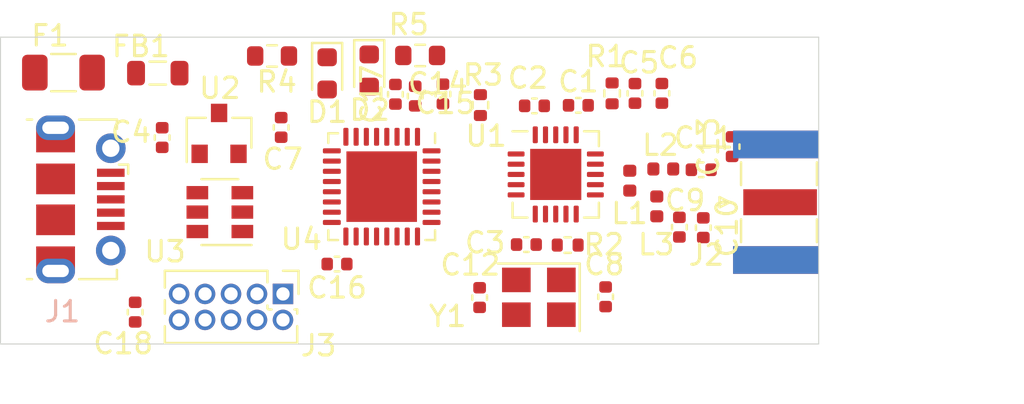
<source format=kicad_pcb>
(kicad_pcb (version 20171130) (host pcbnew "(5.1.10-1-10_14)")

  (general
    (thickness 1.6)
    (drawings 4)
    (tracks 0)
    (zones 0)
    (modules 38)
    (nets 51)
  )

  (page A4)
  (layers
    (0 F.Cu signal)
    (1 In1.Cu signal)
    (2 In2.Cu signal)
    (31 B.Cu signal)
    (32 B.Adhes user)
    (33 F.Adhes user)
    (34 B.Paste user)
    (35 F.Paste user)
    (36 B.SilkS user)
    (37 F.SilkS user)
    (38 B.Mask user)
    (39 F.Mask user)
    (40 Dwgs.User user)
    (41 Cmts.User user hide)
    (42 Eco1.User user)
    (43 Eco2.User user)
    (44 Edge.Cuts user)
    (45 Margin user)
    (46 B.CrtYd user)
    (47 F.CrtYd user)
    (48 B.Fab user)
    (49 F.Fab user hide)
  )

  (setup
    (last_trace_width 0.25)
    (trace_clearance 0.2)
    (zone_clearance 0.508)
    (zone_45_only no)
    (trace_min 0.2)
    (via_size 0.8)
    (via_drill 0.4)
    (via_min_size 0.4)
    (via_min_drill 0.3)
    (uvia_size 0.3)
    (uvia_drill 0.1)
    (uvias_allowed no)
    (uvia_min_size 0.2)
    (uvia_min_drill 0.1)
    (edge_width 0.05)
    (segment_width 0.2)
    (pcb_text_width 0.3)
    (pcb_text_size 1.5 1.5)
    (mod_edge_width 0.12)
    (mod_text_size 1 1)
    (mod_text_width 0.15)
    (pad_size 1.524 1.524)
    (pad_drill 0.762)
    (pad_to_mask_clearance 0)
    (aux_axis_origin 0 0)
    (visible_elements FFFFFF7F)
    (pcbplotparams
      (layerselection 0x010fc_ffffffff)
      (usegerberextensions false)
      (usegerberattributes true)
      (usegerberadvancedattributes true)
      (creategerberjobfile true)
      (excludeedgelayer true)
      (linewidth 0.100000)
      (plotframeref false)
      (viasonmask false)
      (mode 1)
      (useauxorigin false)
      (hpglpennumber 1)
      (hpglpenspeed 20)
      (hpglpendiameter 15.000000)
      (psnegative false)
      (psa4output false)
      (plotreference true)
      (plotvalue true)
      (plotinvisibletext false)
      (padsonsilk false)
      (subtractmaskfromsilk false)
      (outputformat 1)
      (mirror false)
      (drillshape 1)
      (scaleselection 1)
      (outputdirectory ""))
  )

  (net 0 "")
  (net 1 GND)
  (net 2 +3V3)
  (net 3 nRST)
  (net 4 "Net-(D2-Pad2)")
  (net 5 "Net-(D1-Pad2)")
  (net 6 USB_D-)
  (net 7 USB_D+)
  (net 8 SWDIO)
  (net 9 SWCLK)
  (net 10 NRF_IRQ)
  (net 11 SPI3_SCK)
  (net 12 SPI3_MISO)
  (net 13 SPI3_MOSI)
  (net 14 SPI3_ICS)
  (net 15 NRF_CE)
  (net 16 "Net-(C2-Pad1)")
  (net 17 "Net-(C4-Pad1)")
  (net 18 NRF_XC1)
  (net 19 NRF_VDD_PA)
  (net 20 "Net-(C11-Pad2)")
  (net 21 "Net-(C11-Pad1)")
  (net 22 NRF_XC2)
  (net 23 "Net-(D1-Pad1)")
  (net 24 "Net-(D2-Pad1)")
  (net 25 +5V)
  (net 26 "Net-(F1-Pad1)")
  (net 27 "Net-(J1-Pad6)")
  (net 28 USB_CONN_D+)
  (net 29 "Net-(J1-Pad4)")
  (net 30 USB_CONN_D-)
  (net 31 "Net-(J3-Pad8)")
  (net 32 "Net-(J3-Pad7)")
  (net 33 "Net-(J3-Pad6)")
  (net 34 NRF_ANT2)
  (net 35 NRF_ANT1)
  (net 36 "Net-(R1-Pad2)")
  (net 37 "Net-(R3-Pad1)")
  (net 38 "Net-(U4-Pad2)")
  (net 39 "Net-(U4-Pad3)")
  (net 40 "Net-(U4-Pad6)")
  (net 41 "Net-(U4-Pad7)")
  (net 42 "Net-(U4-Pad10)")
  (net 43 "Net-(U4-Pad11)")
  (net 44 "Net-(U4-Pad12)")
  (net 45 "Net-(U4-Pad13)")
  (net 46 "Net-(U4-Pad14)")
  (net 47 "Net-(U4-Pad15)")
  (net 48 "Net-(U4-Pad18)")
  (net 49 "Net-(U4-Pad19)")
  (net 50 "Net-(U4-Pad20)")

  (net_class Default "This is the default net class."
    (clearance 0.2)
    (trace_width 0.25)
    (via_dia 0.8)
    (via_drill 0.4)
    (uvia_dia 0.3)
    (uvia_drill 0.1)
    (add_net GND)
    (add_net NRF_ANT1)
    (add_net NRF_ANT2)
    (add_net NRF_CE)
    (add_net NRF_IRQ)
    (add_net NRF_VDD_PA)
    (add_net NRF_XC1)
    (add_net NRF_XC2)
    (add_net "Net-(C11-Pad1)")
    (add_net "Net-(C11-Pad2)")
    (add_net "Net-(C2-Pad1)")
    (add_net "Net-(C4-Pad1)")
    (add_net "Net-(D1-Pad1)")
    (add_net "Net-(D1-Pad2)")
    (add_net "Net-(D2-Pad1)")
    (add_net "Net-(D2-Pad2)")
    (add_net "Net-(F1-Pad1)")
    (add_net "Net-(J1-Pad4)")
    (add_net "Net-(J1-Pad6)")
    (add_net "Net-(J3-Pad6)")
    (add_net "Net-(J3-Pad7)")
    (add_net "Net-(J3-Pad8)")
    (add_net "Net-(R1-Pad2)")
    (add_net "Net-(R3-Pad1)")
    (add_net "Net-(U4-Pad10)")
    (add_net "Net-(U4-Pad11)")
    (add_net "Net-(U4-Pad12)")
    (add_net "Net-(U4-Pad13)")
    (add_net "Net-(U4-Pad14)")
    (add_net "Net-(U4-Pad15)")
    (add_net "Net-(U4-Pad18)")
    (add_net "Net-(U4-Pad19)")
    (add_net "Net-(U4-Pad2)")
    (add_net "Net-(U4-Pad20)")
    (add_net "Net-(U4-Pad3)")
    (add_net "Net-(U4-Pad6)")
    (add_net "Net-(U4-Pad7)")
    (add_net SPI3_ICS)
    (add_net SPI3_MISO)
    (add_net SPI3_MOSI)
    (add_net SPI3_SCK)
    (add_net SWCLK)
    (add_net SWDIO)
    (add_net USB_CONN_D+)
    (add_net USB_CONN_D-)
    (add_net USB_D+)
    (add_net USB_D-)
    (add_net nRST)
  )

  (net_class Power ""
    (clearance 0.2)
    (trace_width 0.5)
    (via_dia 0.8)
    (via_drill 0.4)
    (uvia_dia 0.3)
    (uvia_drill 0.1)
    (add_net +3V3)
    (add_net +5V)
  )

  (module Connector_PinHeader_1.27mm:PinHeader_2x05_P1.27mm_Vertical (layer F.Cu) (tedit 59FED6E3) (tstamp 6102A423)
    (at 53.8099 52.5526 270)
    (descr "Through hole straight pin header, 2x05, 1.27mm pitch, double rows")
    (tags "Through hole pin header THT 2x05 1.27mm double row")
    (path /60E76F48)
    (fp_text reference J3 (at 2.5273 -1.7399 180) (layer F.SilkS)
      (effects (font (size 1 1) (thickness 0.15)))
    )
    (fp_text value "ARM 10Pin" (at 0.635 6.775 90) (layer F.Fab) hide
      (effects (font (size 1 1) (thickness 0.15)))
    )
    (fp_text user %R (at 0.635 2.54) (layer F.Fab)
      (effects (font (size 1 1) (thickness 0.15)))
    )
    (fp_line (start -0.2175 -0.635) (end 2.34 -0.635) (layer F.Fab) (width 0.1))
    (fp_line (start 2.34 -0.635) (end 2.34 5.715) (layer F.Fab) (width 0.1))
    (fp_line (start 2.34 5.715) (end -1.07 5.715) (layer F.Fab) (width 0.1))
    (fp_line (start -1.07 5.715) (end -1.07 0.2175) (layer F.Fab) (width 0.1))
    (fp_line (start -1.07 0.2175) (end -0.2175 -0.635) (layer F.Fab) (width 0.1))
    (fp_line (start -1.13 5.775) (end -0.30753 5.775) (layer F.SilkS) (width 0.12))
    (fp_line (start 1.57753 5.775) (end 2.4 5.775) (layer F.SilkS) (width 0.12))
    (fp_line (start 0.30753 5.775) (end 0.96247 5.775) (layer F.SilkS) (width 0.12))
    (fp_line (start -1.13 0.76) (end -1.13 5.775) (layer F.SilkS) (width 0.12))
    (fp_line (start 2.4 -0.695) (end 2.4 5.775) (layer F.SilkS) (width 0.12))
    (fp_line (start -1.13 0.76) (end -0.563471 0.76) (layer F.SilkS) (width 0.12))
    (fp_line (start 0.563471 0.76) (end 0.706529 0.76) (layer F.SilkS) (width 0.12))
    (fp_line (start 0.76 0.706529) (end 0.76 0.563471) (layer F.SilkS) (width 0.12))
    (fp_line (start 0.76 -0.563471) (end 0.76 -0.695) (layer F.SilkS) (width 0.12))
    (fp_line (start 0.76 -0.695) (end 0.96247 -0.695) (layer F.SilkS) (width 0.12))
    (fp_line (start 1.57753 -0.695) (end 2.4 -0.695) (layer F.SilkS) (width 0.12))
    (fp_line (start -1.13 0) (end -1.13 -0.76) (layer F.SilkS) (width 0.12))
    (fp_line (start -1.13 -0.76) (end 0 -0.76) (layer F.SilkS) (width 0.12))
    (fp_line (start -1.6 -1.15) (end -1.6 6.25) (layer F.CrtYd) (width 0.05))
    (fp_line (start -1.6 6.25) (end 2.85 6.25) (layer F.CrtYd) (width 0.05))
    (fp_line (start 2.85 6.25) (end 2.85 -1.15) (layer F.CrtYd) (width 0.05))
    (fp_line (start 2.85 -1.15) (end -1.6 -1.15) (layer F.CrtYd) (width 0.05))
    (pad 10 thru_hole oval (at 1.27 5.08 270) (size 1 1) (drill 0.65) (layers *.Cu *.Mask)
      (net 3 nRST))
    (pad 9 thru_hole oval (at 0 5.08 270) (size 1 1) (drill 0.65) (layers *.Cu *.Mask)
      (net 1 GND))
    (pad 8 thru_hole oval (at 1.27 3.81 270) (size 1 1) (drill 0.65) (layers *.Cu *.Mask)
      (net 31 "Net-(J3-Pad8)"))
    (pad 7 thru_hole oval (at 0 3.81 270) (size 1 1) (drill 0.65) (layers *.Cu *.Mask)
      (net 32 "Net-(J3-Pad7)"))
    (pad 6 thru_hole oval (at 1.27 2.54 270) (size 1 1) (drill 0.65) (layers *.Cu *.Mask)
      (net 33 "Net-(J3-Pad6)"))
    (pad 5 thru_hole oval (at 0 2.54 270) (size 1 1) (drill 0.65) (layers *.Cu *.Mask)
      (net 1 GND))
    (pad 4 thru_hole oval (at 1.27 1.27 270) (size 1 1) (drill 0.65) (layers *.Cu *.Mask)
      (net 9 SWCLK))
    (pad 3 thru_hole oval (at 0 1.27 270) (size 1 1) (drill 0.65) (layers *.Cu *.Mask)
      (net 1 GND))
    (pad 2 thru_hole oval (at 1.27 0 270) (size 1 1) (drill 0.65) (layers *.Cu *.Mask)
      (net 8 SWDIO))
    (pad 1 thru_hole rect (at 0 0 270) (size 1 1) (drill 0.65) (layers *.Cu *.Mask)
      (net 2 +3V3))
    (model ${KISYS3DMOD}/Connector_PinHeader_1.27mm.3dshapes/PinHeader_2x05_P1.27mm_Vertical.wrl
      (at (xyz 0 0 0))
      (scale (xyz 1 1 1))
      (rotate (xyz 0 0 0))
    )
  )

  (module Crystal:Crystal_SMD_3225-4Pin_3.2x2.5mm (layer F.Cu) (tedit 5A0FD1B2) (tstamp 61028623)
    (at 66.3194 52.7177 180)
    (descr "SMD Crystal SERIES SMD3225/4 http://www.txccrystal.com/images/pdf/7m-accuracy.pdf, 3.2x2.5mm^2 package")
    (tags "SMD SMT crystal")
    (path /60FFA30F)
    (attr smd)
    (fp_text reference Y1 (at 4.4577 -0.9271) (layer F.SilkS)
      (effects (font (size 1 1) (thickness 0.15)))
    )
    (fp_text value 16MHz (at -3.8735 -0.7366) (layer F.Fab) hide
      (effects (font (size 1 1) (thickness 0.15)))
    )
    (fp_line (start 2.1 -1.7) (end -2.1 -1.7) (layer F.CrtYd) (width 0.05))
    (fp_line (start 2.1 1.7) (end 2.1 -1.7) (layer F.CrtYd) (width 0.05))
    (fp_line (start -2.1 1.7) (end 2.1 1.7) (layer F.CrtYd) (width 0.05))
    (fp_line (start -2.1 -1.7) (end -2.1 1.7) (layer F.CrtYd) (width 0.05))
    (fp_line (start -2 1.65) (end 2 1.65) (layer F.SilkS) (width 0.12))
    (fp_line (start -2 -1.65) (end -2 1.65) (layer F.SilkS) (width 0.12))
    (fp_line (start -1.6 0.25) (end -0.6 1.25) (layer F.Fab) (width 0.1))
    (fp_line (start 1.6 -1.25) (end -1.6 -1.25) (layer F.Fab) (width 0.1))
    (fp_line (start 1.6 1.25) (end 1.6 -1.25) (layer F.Fab) (width 0.1))
    (fp_line (start -1.6 1.25) (end 1.6 1.25) (layer F.Fab) (width 0.1))
    (fp_line (start -1.6 -1.25) (end -1.6 1.25) (layer F.Fab) (width 0.1))
    (fp_text user %R (at 0 0) (layer F.Fab) hide
      (effects (font (size 0.7 0.7) (thickness 0.105)))
    )
    (pad 4 smd rect (at -1.1 -0.85 180) (size 1.4 1.2) (layers F.Cu F.Paste F.Mask)
      (net 1 GND))
    (pad 3 smd rect (at 1.1 -0.85 180) (size 1.4 1.2) (layers F.Cu F.Paste F.Mask)
      (net 22 NRF_XC2))
    (pad 2 smd rect (at 1.1 0.85 180) (size 1.4 1.2) (layers F.Cu F.Paste F.Mask)
      (net 1 GND))
    (pad 1 smd rect (at -1.1 0.85 180) (size 1.4 1.2) (layers F.Cu F.Paste F.Mask)
      (net 18 NRF_XC1))
    (model ${KISYS3DMOD}/Crystal.3dshapes/Crystal_SMD_3225-4Pin_3.2x2.5mm.wrl
      (at (xyz 0 0 0))
      (scale (xyz 1 1 1))
      (rotate (xyz 0 0 0))
    )
  )

  (module Package_TO_SOT_SMD:SOT-23-6 (layer F.Cu) (tedit 5A02FF57) (tstamp 60E31C18)
    (at 50.7238 48.5521 180)
    (descr "6-pin SOT-23 package")
    (tags SOT-23-6)
    (path /60E8F282)
    (attr smd)
    (fp_text reference U3 (at 2.6797 -1.9304) (layer F.SilkS)
      (effects (font (size 1 1) (thickness 0.15)))
    )
    (fp_text value USBLC6-2SC6 (at 3.5433 -5.6388) (layer F.Fab) hide
      (effects (font (size 1 1) (thickness 0.15)))
    )
    (fp_line (start 0.9 -1.55) (end 0.9 1.55) (layer F.Fab) (width 0.1))
    (fp_line (start 0.9 1.55) (end -0.9 1.55) (layer F.Fab) (width 0.1))
    (fp_line (start -0.9 -0.9) (end -0.9 1.55) (layer F.Fab) (width 0.1))
    (fp_line (start 0.9 -1.55) (end -0.25 -1.55) (layer F.Fab) (width 0.1))
    (fp_line (start -0.9 -0.9) (end -0.25 -1.55) (layer F.Fab) (width 0.1))
    (fp_line (start -1.9 -1.8) (end -1.9 1.8) (layer F.CrtYd) (width 0.05))
    (fp_line (start -1.9 1.8) (end 1.9 1.8) (layer F.CrtYd) (width 0.05))
    (fp_line (start 1.9 1.8) (end 1.9 -1.8) (layer F.CrtYd) (width 0.05))
    (fp_line (start 1.9 -1.8) (end -1.9 -1.8) (layer F.CrtYd) (width 0.05))
    (fp_line (start 0.9 -1.61) (end -1.55 -1.61) (layer F.SilkS) (width 0.12))
    (fp_line (start -0.9 1.61) (end 0.9 1.61) (layer F.SilkS) (width 0.12))
    (fp_text user %R (at 0 0 90) (layer F.Fab)
      (effects (font (size 0.5 0.5) (thickness 0.075)))
    )
    (pad 5 smd rect (at 1.1 0 180) (size 1.06 0.65) (layers F.Cu F.Paste F.Mask)
      (net 25 +5V))
    (pad 6 smd rect (at 1.1 -0.95 180) (size 1.06 0.65) (layers F.Cu F.Paste F.Mask)
      (net 28 USB_CONN_D+))
    (pad 4 smd rect (at 1.1 0.95 180) (size 1.06 0.65) (layers F.Cu F.Paste F.Mask)
      (net 30 USB_CONN_D-))
    (pad 3 smd rect (at -1.1 0.95 180) (size 1.06 0.65) (layers F.Cu F.Paste F.Mask)
      (net 6 USB_D-))
    (pad 2 smd rect (at -1.1 0 180) (size 1.06 0.65) (layers F.Cu F.Paste F.Mask)
      (net 1 GND))
    (pad 1 smd rect (at -1.1 -0.95 180) (size 1.06 0.65) (layers F.Cu F.Paste F.Mask)
      (net 7 USB_D+))
    (model ${KISYS3DMOD}/Package_TO_SOT_SMD.3dshapes/SOT-23-6.wrl
      (at (xyz 0 0 0))
      (scale (xyz 1 1 1))
      (rotate (xyz 0 0 0))
    )
  )

  (module Package_DFN_QFN:QFN-20-1EP_4x4mm_P0.5mm_EP2.5x2.5mm (layer F.Cu) (tedit 5DC5F6A3) (tstamp 60E31BEE)
    (at 67.1449 46.7106)
    (descr "QFN, 20 Pin (http://ww1.microchip.com/downloads/en/PackagingSpec/00000049BQ.pdf#page=274), generated with kicad-footprint-generator ipc_noLead_generator.py")
    (tags "QFN NoLead")
    (path /60EE4DBF)
    (attr smd)
    (fp_text reference U1 (at -3.4036 -1.8796) (layer F.SilkS)
      (effects (font (size 1 1) (thickness 0.15)))
    )
    (fp_text value nRF24L01P (at 0 3.3) (layer F.Fab) hide
      (effects (font (size 1 1) (thickness 0.15)))
    )
    (fp_line (start 2.6 -2.6) (end -2.6 -2.6) (layer F.CrtYd) (width 0.05))
    (fp_line (start 2.6 2.6) (end 2.6 -2.6) (layer F.CrtYd) (width 0.05))
    (fp_line (start -2.6 2.6) (end 2.6 2.6) (layer F.CrtYd) (width 0.05))
    (fp_line (start -2.6 -2.6) (end -2.6 2.6) (layer F.CrtYd) (width 0.05))
    (fp_line (start -2 -1) (end -1 -2) (layer F.Fab) (width 0.1))
    (fp_line (start -2 2) (end -2 -1) (layer F.Fab) (width 0.1))
    (fp_line (start 2 2) (end -2 2) (layer F.Fab) (width 0.1))
    (fp_line (start 2 -2) (end 2 2) (layer F.Fab) (width 0.1))
    (fp_line (start -1 -2) (end 2 -2) (layer F.Fab) (width 0.1))
    (fp_line (start -1.385 -2.11) (end -2.11 -2.11) (layer F.SilkS) (width 0.12))
    (fp_line (start 2.11 2.11) (end 2.11 1.385) (layer F.SilkS) (width 0.12))
    (fp_line (start 1.385 2.11) (end 2.11 2.11) (layer F.SilkS) (width 0.12))
    (fp_line (start -2.11 2.11) (end -2.11 1.385) (layer F.SilkS) (width 0.12))
    (fp_line (start -1.385 2.11) (end -2.11 2.11) (layer F.SilkS) (width 0.12))
    (fp_line (start 2.11 -2.11) (end 2.11 -1.385) (layer F.SilkS) (width 0.12))
    (fp_line (start 1.385 -2.11) (end 2.11 -2.11) (layer F.SilkS) (width 0.12))
    (fp_text user %R (at 0 0) (layer F.Fab)
      (effects (font (size 1 1) (thickness 0.15)))
    )
    (pad "" smd roundrect (at 0.625 0.625) (size 1.01 1.01) (layers F.Paste) (roundrect_rratio 0.247525))
    (pad "" smd roundrect (at 0.625 -0.625) (size 1.01 1.01) (layers F.Paste) (roundrect_rratio 0.247525))
    (pad "" smd roundrect (at -0.625 0.625) (size 1.01 1.01) (layers F.Paste) (roundrect_rratio 0.247525))
    (pad "" smd roundrect (at -0.625 -0.625) (size 1.01 1.01) (layers F.Paste) (roundrect_rratio 0.247525))
    (pad 21 smd rect (at 0 0) (size 2.5 2.5) (layers F.Cu F.Mask))
    (pad 20 smd roundrect (at -1 -1.9375) (size 0.25 0.825) (layers F.Cu F.Paste F.Mask) (roundrect_rratio 0.25)
      (net 1 GND))
    (pad 19 smd roundrect (at -0.5 -1.9375) (size 0.25 0.825) (layers F.Cu F.Paste F.Mask) (roundrect_rratio 0.25)
      (net 16 "Net-(C2-Pad1)"))
    (pad 18 smd roundrect (at 0 -1.9375) (size 0.25 0.825) (layers F.Cu F.Paste F.Mask) (roundrect_rratio 0.25)
      (net 2 +3V3))
    (pad 17 smd roundrect (at 0.5 -1.9375) (size 0.25 0.825) (layers F.Cu F.Paste F.Mask) (roundrect_rratio 0.25)
      (net 1 GND))
    (pad 16 smd roundrect (at 1 -1.9375) (size 0.25 0.825) (layers F.Cu F.Paste F.Mask) (roundrect_rratio 0.25)
      (net 36 "Net-(R1-Pad2)"))
    (pad 15 smd roundrect (at 1.9375 -1) (size 0.825 0.25) (layers F.Cu F.Paste F.Mask) (roundrect_rratio 0.25)
      (net 2 +3V3))
    (pad 14 smd roundrect (at 1.9375 -0.5) (size 0.825 0.25) (layers F.Cu F.Paste F.Mask) (roundrect_rratio 0.25)
      (net 1 GND))
    (pad 13 smd roundrect (at 1.9375 0) (size 0.825 0.25) (layers F.Cu F.Paste F.Mask) (roundrect_rratio 0.25)
      (net 34 NRF_ANT2))
    (pad 12 smd roundrect (at 1.9375 0.5) (size 0.825 0.25) (layers F.Cu F.Paste F.Mask) (roundrect_rratio 0.25)
      (net 35 NRF_ANT1))
    (pad 11 smd roundrect (at 1.9375 1) (size 0.825 0.25) (layers F.Cu F.Paste F.Mask) (roundrect_rratio 0.25)
      (net 19 NRF_VDD_PA))
    (pad 10 smd roundrect (at 1 1.9375) (size 0.25 0.825) (layers F.Cu F.Paste F.Mask) (roundrect_rratio 0.25)
      (net 18 NRF_XC1))
    (pad 9 smd roundrect (at 0.5 1.9375) (size 0.25 0.825) (layers F.Cu F.Paste F.Mask) (roundrect_rratio 0.25)
      (net 22 NRF_XC2))
    (pad 8 smd roundrect (at 0 1.9375) (size 0.25 0.825) (layers F.Cu F.Paste F.Mask) (roundrect_rratio 0.25)
      (net 1 GND))
    (pad 7 smd roundrect (at -0.5 1.9375) (size 0.25 0.825) (layers F.Cu F.Paste F.Mask) (roundrect_rratio 0.25)
      (net 2 +3V3))
    (pad 6 smd roundrect (at -1 1.9375) (size 0.25 0.825) (layers F.Cu F.Paste F.Mask) (roundrect_rratio 0.25)
      (net 10 NRF_IRQ))
    (pad 5 smd roundrect (at -1.9375 1) (size 0.825 0.25) (layers F.Cu F.Paste F.Mask) (roundrect_rratio 0.25)
      (net 12 SPI3_MISO))
    (pad 4 smd roundrect (at -1.9375 0.5) (size 0.825 0.25) (layers F.Cu F.Paste F.Mask) (roundrect_rratio 0.25)
      (net 13 SPI3_MOSI))
    (pad 3 smd roundrect (at -1.9375 0) (size 0.825 0.25) (layers F.Cu F.Paste F.Mask) (roundrect_rratio 0.25)
      (net 11 SPI3_SCK))
    (pad 2 smd roundrect (at -1.9375 -0.5) (size 0.825 0.25) (layers F.Cu F.Paste F.Mask) (roundrect_rratio 0.25)
      (net 14 SPI3_ICS))
    (pad 1 smd roundrect (at -1.9375 -1) (size 0.825 0.25) (layers F.Cu F.Paste F.Mask) (roundrect_rratio 0.25)
      (net 15 NRF_CE))
    (model ${KISYS3DMOD}/Package_DFN_QFN.3dshapes/QFN-20-1EP_4x4mm_P0.5mm_EP2.5x2.5mm.wrl
      (at (xyz 0 0 0))
      (scale (xyz 1 1 1))
      (rotate (xyz 0 0 0))
    )
  )

  (module Resistor_SMD:R_0603_1608Metric (layer F.Cu) (tedit 5F68FEEE) (tstamp 60E31BC0)
    (at 60.5155 40.894)
    (descr "Resistor SMD 0603 (1608 Metric), square (rectangular) end terminal, IPC_7351 nominal, (Body size source: IPC-SM-782 page 72, https://www.pcb-3d.com/wordpress/wp-content/uploads/ipc-sm-782a_amendment_1_and_2.pdf), generated with kicad-footprint-generator")
    (tags resistor)
    (path /60E5D535)
    (attr smd)
    (fp_text reference R5 (at -0.5588 -1.5113) (layer F.SilkS)
      (effects (font (size 1 1) (thickness 0.15)))
    )
    (fp_text value 2K2 (at 0 1.43) (layer F.Fab) hide
      (effects (font (size 1 1) (thickness 0.15)))
    )
    (fp_line (start 1.48 0.73) (end -1.48 0.73) (layer F.CrtYd) (width 0.05))
    (fp_line (start 1.48 -0.73) (end 1.48 0.73) (layer F.CrtYd) (width 0.05))
    (fp_line (start -1.48 -0.73) (end 1.48 -0.73) (layer F.CrtYd) (width 0.05))
    (fp_line (start -1.48 0.73) (end -1.48 -0.73) (layer F.CrtYd) (width 0.05))
    (fp_line (start -0.237258 0.5225) (end 0.237258 0.5225) (layer F.SilkS) (width 0.12))
    (fp_line (start -0.237258 -0.5225) (end 0.237258 -0.5225) (layer F.SilkS) (width 0.12))
    (fp_line (start 0.8 0.4125) (end -0.8 0.4125) (layer F.Fab) (width 0.1))
    (fp_line (start 0.8 -0.4125) (end 0.8 0.4125) (layer F.Fab) (width 0.1))
    (fp_line (start -0.8 -0.4125) (end 0.8 -0.4125) (layer F.Fab) (width 0.1))
    (fp_line (start -0.8 0.4125) (end -0.8 -0.4125) (layer F.Fab) (width 0.1))
    (fp_text user %R (at 0 0) (layer F.Fab)
      (effects (font (size 0.4 0.4) (thickness 0.06)))
    )
    (pad 2 smd roundrect (at 0.825 0) (size 0.8 0.95) (layers F.Cu F.Paste F.Mask) (roundrect_rratio 0.25)
      (net 1 GND))
    (pad 1 smd roundrect (at -0.825 0) (size 0.8 0.95) (layers F.Cu F.Paste F.Mask) (roundrect_rratio 0.25)
      (net 24 "Net-(D2-Pad1)"))
    (model ${KISYS3DMOD}/Resistor_SMD.3dshapes/R_0603_1608Metric.wrl
      (at (xyz 0 0 0))
      (scale (xyz 1 1 1))
      (rotate (xyz 0 0 0))
    )
  )

  (module Resistor_SMD:R_0603_1608Metric (layer F.Cu) (tedit 5F68FEEE) (tstamp 60E31BAF)
    (at 53.2765 40.9194)
    (descr "Resistor SMD 0603 (1608 Metric), square (rectangular) end terminal, IPC_7351 nominal, (Body size source: IPC-SM-782 page 72, https://www.pcb-3d.com/wordpress/wp-content/uploads/ipc-sm-782a_amendment_1_and_2.pdf), generated with kicad-footprint-generator")
    (tags resistor)
    (path /60E5CB73)
    (attr smd)
    (fp_text reference R4 (at 0.2286 1.27) (layer F.SilkS)
      (effects (font (size 1 1) (thickness 0.15)))
    )
    (fp_text value 2K2 (at 0 1.43) (layer F.Fab) hide
      (effects (font (size 1 1) (thickness 0.15)))
    )
    (fp_line (start 1.48 0.73) (end -1.48 0.73) (layer F.CrtYd) (width 0.05))
    (fp_line (start 1.48 -0.73) (end 1.48 0.73) (layer F.CrtYd) (width 0.05))
    (fp_line (start -1.48 -0.73) (end 1.48 -0.73) (layer F.CrtYd) (width 0.05))
    (fp_line (start -1.48 0.73) (end -1.48 -0.73) (layer F.CrtYd) (width 0.05))
    (fp_line (start -0.237258 0.5225) (end 0.237258 0.5225) (layer F.SilkS) (width 0.12))
    (fp_line (start -0.237258 -0.5225) (end 0.237258 -0.5225) (layer F.SilkS) (width 0.12))
    (fp_line (start 0.8 0.4125) (end -0.8 0.4125) (layer F.Fab) (width 0.1))
    (fp_line (start 0.8 -0.4125) (end 0.8 0.4125) (layer F.Fab) (width 0.1))
    (fp_line (start -0.8 -0.4125) (end 0.8 -0.4125) (layer F.Fab) (width 0.1))
    (fp_line (start -0.8 0.4125) (end -0.8 -0.4125) (layer F.Fab) (width 0.1))
    (fp_text user %R (at 0 0) (layer F.Fab)
      (effects (font (size 0.4 0.4) (thickness 0.06)))
    )
    (pad 2 smd roundrect (at 0.825 0) (size 0.8 0.95) (layers F.Cu F.Paste F.Mask) (roundrect_rratio 0.25)
      (net 1 GND))
    (pad 1 smd roundrect (at -0.825 0) (size 0.8 0.95) (layers F.Cu F.Paste F.Mask) (roundrect_rratio 0.25)
      (net 23 "Net-(D1-Pad1)"))
    (model ${KISYS3DMOD}/Resistor_SMD.3dshapes/R_0603_1608Metric.wrl
      (at (xyz 0 0 0))
      (scale (xyz 1 1 1))
      (rotate (xyz 0 0 0))
    )
  )

  (module Resistor_SMD:R_0402_1005Metric (layer F.Cu) (tedit 5F68FEEE) (tstamp 60E31B9E)
    (at 63.4619 43.3197 90)
    (descr "Resistor SMD 0402 (1005 Metric), square (rectangular) end terminal, IPC_7351 nominal, (Body size source: IPC-SM-782 page 72, https://www.pcb-3d.com/wordpress/wp-content/uploads/ipc-sm-782a_amendment_1_and_2.pdf), generated with kicad-footprint-generator")
    (tags resistor)
    (path /60E56951)
    (attr smd)
    (fp_text reference R3 (at 1.4732 0.127 180) (layer F.SilkS)
      (effects (font (size 1 1) (thickness 0.15)))
    )
    (fp_text value 10K (at 0 1.17 90) (layer F.Fab) hide
      (effects (font (size 1 1) (thickness 0.15)))
    )
    (fp_line (start 0.93 0.47) (end -0.93 0.47) (layer F.CrtYd) (width 0.05))
    (fp_line (start 0.93 -0.47) (end 0.93 0.47) (layer F.CrtYd) (width 0.05))
    (fp_line (start -0.93 -0.47) (end 0.93 -0.47) (layer F.CrtYd) (width 0.05))
    (fp_line (start -0.93 0.47) (end -0.93 -0.47) (layer F.CrtYd) (width 0.05))
    (fp_line (start -0.153641 0.38) (end 0.153641 0.38) (layer F.SilkS) (width 0.12))
    (fp_line (start -0.153641 -0.38) (end 0.153641 -0.38) (layer F.SilkS) (width 0.12))
    (fp_line (start 0.525 0.27) (end -0.525 0.27) (layer F.Fab) (width 0.1))
    (fp_line (start 0.525 -0.27) (end 0.525 0.27) (layer F.Fab) (width 0.1))
    (fp_line (start -0.525 -0.27) (end 0.525 -0.27) (layer F.Fab) (width 0.1))
    (fp_line (start -0.525 0.27) (end -0.525 -0.27) (layer F.Fab) (width 0.1))
    (fp_text user %R (at 0 0 90) (layer F.Fab)
      (effects (font (size 0.26 0.26) (thickness 0.04)))
    )
    (pad 2 smd roundrect (at 0.51 0 90) (size 0.54 0.64) (layers F.Cu F.Paste F.Mask) (roundrect_rratio 0.25)
      (net 1 GND))
    (pad 1 smd roundrect (at -0.51 0 90) (size 0.54 0.64) (layers F.Cu F.Paste F.Mask) (roundrect_rratio 0.25)
      (net 37 "Net-(R3-Pad1)"))
    (model ${KISYS3DMOD}/Resistor_SMD.3dshapes/R_0402_1005Metric.wrl
      (at (xyz 0 0 0))
      (scale (xyz 1 1 1))
      (rotate (xyz 0 0 0))
    )
  )

  (module Resistor_SMD:R_0402_1005Metric (layer F.Cu) (tedit 5F68FEEE) (tstamp 60E31B8D)
    (at 67.7291 50.165)
    (descr "Resistor SMD 0402 (1005 Metric), square (rectangular) end terminal, IPC_7351 nominal, (Body size source: IPC-SM-782 page 72, https://www.pcb-3d.com/wordpress/wp-content/uploads/ipc-sm-782a_amendment_1_and_2.pdf), generated with kicad-footprint-generator")
    (tags resistor)
    (path /6100F3B3)
    (attr smd)
    (fp_text reference R2 (at 1.7653 -0.0254) (layer F.SilkS)
      (effects (font (size 1 1) (thickness 0.15)))
    )
    (fp_text value 1M (at 0 1.17) (layer F.Fab) hide
      (effects (font (size 1 1) (thickness 0.15)))
    )
    (fp_line (start 0.93 0.47) (end -0.93 0.47) (layer F.CrtYd) (width 0.05))
    (fp_line (start 0.93 -0.47) (end 0.93 0.47) (layer F.CrtYd) (width 0.05))
    (fp_line (start -0.93 -0.47) (end 0.93 -0.47) (layer F.CrtYd) (width 0.05))
    (fp_line (start -0.93 0.47) (end -0.93 -0.47) (layer F.CrtYd) (width 0.05))
    (fp_line (start -0.153641 0.38) (end 0.153641 0.38) (layer F.SilkS) (width 0.12))
    (fp_line (start -0.153641 -0.38) (end 0.153641 -0.38) (layer F.SilkS) (width 0.12))
    (fp_line (start 0.525 0.27) (end -0.525 0.27) (layer F.Fab) (width 0.1))
    (fp_line (start 0.525 -0.27) (end 0.525 0.27) (layer F.Fab) (width 0.1))
    (fp_line (start -0.525 -0.27) (end 0.525 -0.27) (layer F.Fab) (width 0.1))
    (fp_line (start -0.525 0.27) (end -0.525 -0.27) (layer F.Fab) (width 0.1))
    (fp_text user %R (at 0 0) (layer F.Fab)
      (effects (font (size 0.26 0.26) (thickness 0.04)))
    )
    (pad 2 smd roundrect (at 0.51 0) (size 0.54 0.64) (layers F.Cu F.Paste F.Mask) (roundrect_rratio 0.25)
      (net 18 NRF_XC1))
    (pad 1 smd roundrect (at -0.51 0) (size 0.54 0.64) (layers F.Cu F.Paste F.Mask) (roundrect_rratio 0.25)
      (net 22 NRF_XC2))
    (model ${KISYS3DMOD}/Resistor_SMD.3dshapes/R_0402_1005Metric.wrl
      (at (xyz 0 0 0))
      (scale (xyz 1 1 1))
      (rotate (xyz 0 0 0))
    )
  )

  (module Resistor_SMD:R_0402_1005Metric (layer F.Cu) (tedit 5F68FEEE) (tstamp 61028554)
    (at 69.9008 42.7482 270)
    (descr "Resistor SMD 0402 (1005 Metric), square (rectangular) end terminal, IPC_7351 nominal, (Body size source: IPC-SM-782 page 72, https://www.pcb-3d.com/wordpress/wp-content/uploads/ipc-sm-782a_amendment_1_and_2.pdf), generated with kicad-footprint-generator")
    (tags resistor)
    (path /60F45AFC)
    (attr smd)
    (fp_text reference R1 (at -1.80594 0.30734 180) (layer F.SilkS)
      (effects (font (size 1 1) (thickness 0.15)))
    )
    (fp_text value 22K (at 0 1.17 90) (layer F.Fab) hide
      (effects (font (size 1 1) (thickness 0.15)))
    )
    (fp_line (start 0.93 0.47) (end -0.93 0.47) (layer F.CrtYd) (width 0.05))
    (fp_line (start 0.93 -0.47) (end 0.93 0.47) (layer F.CrtYd) (width 0.05))
    (fp_line (start -0.93 -0.47) (end 0.93 -0.47) (layer F.CrtYd) (width 0.05))
    (fp_line (start -0.93 0.47) (end -0.93 -0.47) (layer F.CrtYd) (width 0.05))
    (fp_line (start -0.153641 0.38) (end 0.153641 0.38) (layer F.SilkS) (width 0.12))
    (fp_line (start -0.153641 -0.38) (end 0.153641 -0.38) (layer F.SilkS) (width 0.12))
    (fp_line (start 0.525 0.27) (end -0.525 0.27) (layer F.Fab) (width 0.1))
    (fp_line (start 0.525 -0.27) (end 0.525 0.27) (layer F.Fab) (width 0.1))
    (fp_line (start -0.525 -0.27) (end 0.525 -0.27) (layer F.Fab) (width 0.1))
    (fp_line (start -0.525 0.27) (end -0.525 -0.27) (layer F.Fab) (width 0.1))
    (fp_text user %R (at 0 0 90) (layer F.Fab)
      (effects (font (size 0.26 0.26) (thickness 0.04)))
    )
    (pad 2 smd roundrect (at 0.51 0 270) (size 0.54 0.64) (layers F.Cu F.Paste F.Mask) (roundrect_rratio 0.25)
      (net 36 "Net-(R1-Pad2)"))
    (pad 1 smd roundrect (at -0.51 0 270) (size 0.54 0.64) (layers F.Cu F.Paste F.Mask) (roundrect_rratio 0.25)
      (net 2 +3V3))
    (model ${KISYS3DMOD}/Resistor_SMD.3dshapes/R_0402_1005Metric.wrl
      (at (xyz 0 0 0))
      (scale (xyz 1 1 1))
      (rotate (xyz 0 0 0))
    )
  )

  (module Inductor_SMD:L_0402_1005Metric (layer F.Cu) (tedit 5F68FEF0) (tstamp 60E31B6B)
    (at 72.0852 48.2727 90)
    (descr "Inductor SMD 0402 (1005 Metric), square (rectangular) end terminal, IPC_7351 nominal, (Body size source: http://www.tortai-tech.com/upload/download/2011102023233369053.pdf), generated with kicad-footprint-generator")
    (tags inductor)
    (path /60F8E8E6)
    (attr smd)
    (fp_text reference L3 (at -1.8669 -0.0254 180) (layer F.SilkS)
      (effects (font (size 1 1) (thickness 0.15)))
    )
    (fp_text value 2n7 (at 0 1.17 90) (layer F.Fab)
      (effects (font (size 1 1) (thickness 0.15)))
    )
    (fp_line (start 0.93 0.47) (end -0.93 0.47) (layer F.CrtYd) (width 0.05))
    (fp_line (start 0.93 -0.47) (end 0.93 0.47) (layer F.CrtYd) (width 0.05))
    (fp_line (start -0.93 -0.47) (end 0.93 -0.47) (layer F.CrtYd) (width 0.05))
    (fp_line (start -0.93 0.47) (end -0.93 -0.47) (layer F.CrtYd) (width 0.05))
    (fp_line (start 0.5 0.25) (end -0.5 0.25) (layer F.Fab) (width 0.1))
    (fp_line (start 0.5 -0.25) (end 0.5 0.25) (layer F.Fab) (width 0.1))
    (fp_line (start -0.5 -0.25) (end 0.5 -0.25) (layer F.Fab) (width 0.1))
    (fp_line (start -0.5 0.25) (end -0.5 -0.25) (layer F.Fab) (width 0.1))
    (fp_text user %R (at 0 0 90) (layer F.Fab)
      (effects (font (size 0.25 0.25) (thickness 0.04)))
    )
    (pad 2 smd roundrect (at 0.485 0 90) (size 0.59 0.64) (layers F.Cu F.Paste F.Mask) (roundrect_rratio 0.25)
      (net 35 NRF_ANT1))
    (pad 1 smd roundrect (at -0.485 0 90) (size 0.59 0.64) (layers F.Cu F.Paste F.Mask) (roundrect_rratio 0.25)
      (net 19 NRF_VDD_PA))
    (model ${KISYS3DMOD}/Inductor_SMD.3dshapes/L_0402_1005Metric.wrl
      (at (xyz 0 0 0))
      (scale (xyz 1 1 1))
      (rotate (xyz 0 0 0))
    )
  )

  (module Inductor_SMD:L_0402_1005Metric (layer F.Cu) (tedit 5F68FEF0) (tstamp 60E31B5C)
    (at 72.4027 46.4439 180)
    (descr "Inductor SMD 0402 (1005 Metric), square (rectangular) end terminal, IPC_7351 nominal, (Body size source: http://www.tortai-tech.com/upload/download/2011102023233369053.pdf), generated with kicad-footprint-generator")
    (tags inductor)
    (path /60F8ABF1)
    (attr smd)
    (fp_text reference L2 (at 0.1397 1.1684) (layer F.SilkS)
      (effects (font (size 1 1) (thickness 0.15)))
    )
    (fp_text value 3n9 (at 0 1.17) (layer F.Fab)
      (effects (font (size 1 1) (thickness 0.15)))
    )
    (fp_line (start 0.93 0.47) (end -0.93 0.47) (layer F.CrtYd) (width 0.05))
    (fp_line (start 0.93 -0.47) (end 0.93 0.47) (layer F.CrtYd) (width 0.05))
    (fp_line (start -0.93 -0.47) (end 0.93 -0.47) (layer F.CrtYd) (width 0.05))
    (fp_line (start -0.93 0.47) (end -0.93 -0.47) (layer F.CrtYd) (width 0.05))
    (fp_line (start 0.5 0.25) (end -0.5 0.25) (layer F.Fab) (width 0.1))
    (fp_line (start 0.5 -0.25) (end 0.5 0.25) (layer F.Fab) (width 0.1))
    (fp_line (start -0.5 -0.25) (end 0.5 -0.25) (layer F.Fab) (width 0.1))
    (fp_line (start -0.5 0.25) (end -0.5 -0.25) (layer F.Fab) (width 0.1))
    (fp_text user %R (at 0 0) (layer F.Fab)
      (effects (font (size 0.25 0.25) (thickness 0.04)))
    )
    (pad 2 smd roundrect (at 0.485 0 180) (size 0.59 0.64) (layers F.Cu F.Paste F.Mask) (roundrect_rratio 0.25)
      (net 34 NRF_ANT2))
    (pad 1 smd roundrect (at -0.485 0 180) (size 0.59 0.64) (layers F.Cu F.Paste F.Mask) (roundrect_rratio 0.25)
      (net 20 "Net-(C11-Pad2)"))
    (model ${KISYS3DMOD}/Inductor_SMD.3dshapes/L_0402_1005Metric.wrl
      (at (xyz 0 0 0))
      (scale (xyz 1 1 1))
      (rotate (xyz 0 0 0))
    )
  )

  (module Inductor_SMD:L_0402_1005Metric (layer F.Cu) (tedit 5F68FEF0) (tstamp 60E31B4D)
    (at 70.7644 47.0154 90)
    (descr "Inductor SMD 0402 (1005 Metric), square (rectangular) end terminal, IPC_7351 nominal, (Body size source: http://www.tortai-tech.com/upload/download/2011102023233369053.pdf), generated with kicad-footprint-generator")
    (tags inductor)
    (path /60F8F230)
    (attr smd)
    (fp_text reference L1 (at -1.6002 -0.0127 180) (layer F.SilkS)
      (effects (font (size 1 1) (thickness 0.15)))
    )
    (fp_text value 8n2 (at 0 1.17 90) (layer F.Fab)
      (effects (font (size 1 1) (thickness 0.15)))
    )
    (fp_line (start 0.93 0.47) (end -0.93 0.47) (layer F.CrtYd) (width 0.05))
    (fp_line (start 0.93 -0.47) (end 0.93 0.47) (layer F.CrtYd) (width 0.05))
    (fp_line (start -0.93 -0.47) (end 0.93 -0.47) (layer F.CrtYd) (width 0.05))
    (fp_line (start -0.93 0.47) (end -0.93 -0.47) (layer F.CrtYd) (width 0.05))
    (fp_line (start 0.5 0.25) (end -0.5 0.25) (layer F.Fab) (width 0.1))
    (fp_line (start 0.5 -0.25) (end 0.5 0.25) (layer F.Fab) (width 0.1))
    (fp_line (start -0.5 -0.25) (end 0.5 -0.25) (layer F.Fab) (width 0.1))
    (fp_line (start -0.5 0.25) (end -0.5 -0.25) (layer F.Fab) (width 0.1))
    (fp_text user %R (at 0 0 90) (layer F.Fab)
      (effects (font (size 0.25 0.25) (thickness 0.04)))
    )
    (pad 2 smd roundrect (at 0.485 0 90) (size 0.59 0.64) (layers F.Cu F.Paste F.Mask) (roundrect_rratio 0.25)
      (net 34 NRF_ANT2))
    (pad 1 smd roundrect (at -0.485 0 90) (size 0.59 0.64) (layers F.Cu F.Paste F.Mask) (roundrect_rratio 0.25)
      (net 35 NRF_ANT1))
    (model ${KISYS3DMOD}/Inductor_SMD.3dshapes/L_0402_1005Metric.wrl
      (at (xyz 0 0 0))
      (scale (xyz 1 1 1))
      (rotate (xyz 0 0 0))
    )
  )

  (module Connector_Coaxial:SMA_Samtec_SMA-J-P-X-ST-EM1_EdgeMount (layer F.Cu) (tedit 5DAA3454) (tstamp 610276CC)
    (at 77.9145 48.0695 90)
    (descr "Connector SMA, 0Hz to 20GHz, 50Ohm, Edge Mount (http://suddendocs.samtec.com/prints/sma-j-p-x-st-em1-mkt.pdf)")
    (tags "SMA Straight Samtec Edge Mount")
    (path /60FDCC4D)
    (attr smd)
    (fp_text reference J2 (at -2.5781 -3.4036 180) (layer F.SilkS)
      (effects (font (size 1 1) (thickness 0.15)))
    )
    (fp_text value SMA (at 0 13 90) (layer F.Fab)
      (effects (font (size 1 1) (thickness 0.15)))
    )
    (fp_line (start 0.84 -1.71) (end 1.95 -1.71) (layer F.SilkS) (width 0.12))
    (fp_line (start -1.95 -1.71) (end -0.84 -1.71) (layer F.SilkS) (width 0.12))
    (fp_line (start 0.84 2) (end 1.95 2) (layer F.SilkS) (width 0.12))
    (fp_line (start -1.95 2) (end -0.84 2) (layer F.SilkS) (width 0.12))
    (fp_line (start 3.68 2.6) (end 3.68 12.12) (layer B.CrtYd) (width 0.05))
    (fp_line (start 4 2.6) (end 3.68 2.6) (layer B.CrtYd) (width 0.05))
    (fp_line (start -3.68 12.12) (end -3.68 2.6) (layer B.CrtYd) (width 0.05))
    (fp_line (start -3.68 2.6) (end -4 2.6) (layer B.CrtYd) (width 0.05))
    (fp_line (start 3.68 2.6) (end 3.68 12.12) (layer F.CrtYd) (width 0.05))
    (fp_line (start 3.68 2.6) (end 4 2.6) (layer F.CrtYd) (width 0.05))
    (fp_line (start -3.68 12.12) (end -3.68 2.6) (layer F.CrtYd) (width 0.05))
    (fp_line (start -3.68 2.6) (end -4 2.6) (layer F.CrtYd) (width 0.05))
    (fp_line (start 4.1 2.1) (end -4.1 2.1) (layer Dwgs.User) (width 0.1))
    (fp_line (start -3.175 -1.71) (end -3.175 11.62) (layer F.Fab) (width 0.1))
    (fp_line (start -2.365 -1.71) (end -3.175 -1.71) (layer F.Fab) (width 0.1))
    (fp_line (start -2.365 2.1) (end -2.365 -1.71) (layer F.Fab) (width 0.1))
    (fp_line (start 2.365 2.1) (end -2.365 2.1) (layer F.Fab) (width 0.1))
    (fp_line (start 2.365 -1.71) (end 2.365 2.1) (layer F.Fab) (width 0.1))
    (fp_line (start 3.175 -1.71) (end 2.365 -1.71) (layer F.Fab) (width 0.1))
    (fp_line (start 3.175 -1.71) (end 3.175 11.62) (layer F.Fab) (width 0.1))
    (fp_line (start 3.165 11.62) (end -3.165 11.62) (layer F.Fab) (width 0.1))
    (fp_line (start -4 -2.6) (end 4 -2.6) (layer B.CrtYd) (width 0.05))
    (fp_line (start -4 2.6) (end -4 -2.6) (layer B.CrtYd) (width 0.05))
    (fp_line (start 3.68 12.12) (end -3.68 12.12) (layer B.CrtYd) (width 0.05))
    (fp_line (start 4 2.6) (end 4 -2.6) (layer B.CrtYd) (width 0.05))
    (fp_line (start -4 -2.6) (end 4 -2.6) (layer F.CrtYd) (width 0.05))
    (fp_line (start -4 2.6) (end -4 -2.6) (layer F.CrtYd) (width 0.05))
    (fp_line (start 3.68 12.12) (end -3.68 12.12) (layer F.CrtYd) (width 0.05))
    (fp_line (start 4 2.6) (end 4 -2.6) (layer F.CrtYd) (width 0.05))
    (fp_line (start 0.64 2.1) (end 0 3.1) (layer F.Fab) (width 0.1))
    (fp_line (start 0 3.1) (end -0.64 2.1) (layer F.Fab) (width 0.1))
    (fp_line (start 0 -2.26) (end 0.25 -2.76) (layer F.SilkS) (width 0.12))
    (fp_line (start 0.25 -2.76) (end -0.25 -2.76) (layer F.SilkS) (width 0.12))
    (fp_line (start -0.25 -2.76) (end 0 -2.26) (layer F.SilkS) (width 0.12))
    (fp_text user "Board Thickness: 1.57mm" (at 0 -5.45 90) (layer Cmts.User)
      (effects (font (size 1 1) (thickness 0.15)))
    )
    (fp_text user "PCB Edge" (at 0 2.6 90) (layer Dwgs.User)
      (effects (font (size 0.5 0.5) (thickness 0.1)))
    )
    (fp_text user %R (at 0 4.79 270) (layer F.Fab)
      (effects (font (size 1 1) (thickness 0.15)))
    )
    (pad 1 smd rect (at 0 0.2 90) (size 1.27 3.6) (layers F.Cu F.Paste F.Mask)
      (net 21 "Net-(C11-Pad1)"))
    (pad 2 smd rect (at 2.825 0 90) (size 1.35 4.2) (layers F.Cu F.Paste F.Mask)
      (net 1 GND))
    (pad 2 smd rect (at -2.825 0 90) (size 1.35 4.2) (layers F.Cu F.Paste F.Mask)
      (net 1 GND))
    (pad 2 smd rect (at 2.825 0 90) (size 1.35 4.2) (layers B.Cu B.Paste B.Mask)
      (net 1 GND))
    (pad 2 smd rect (at -2.825 0 90) (size 1.35 4.2) (layers B.Cu B.Paste B.Mask)
      (net 1 GND))
    (model ${KISYS3DMOD}/Connector_Coaxial.3dshapes/SMA_Samtec_SMA-J-P-X-ST-EM1_EdgeMount.wrl
      (at (xyz 0 0 0))
      (scale (xyz 1 1 1))
      (rotate (xyz 0 0 0))
    )
  )

  (module Connector_USB:USB_Micro-B_Molex-105017-0001 (layer F.Cu) (tedit 5A1DC0BE) (tstamp 61026F78)
    (at 43.9293 47.9298 270)
    (descr http://www.molex.com/pdm_docs/sd/1050170001_sd.pdf)
    (tags "Micro-USB SMD Typ-B")
    (path /60E915C1)
    (attr smd)
    (fp_text reference J1 (at 5.4864 0.9017) (layer B.SilkS)
      (effects (font (size 1 1) (thickness 0.15)))
    )
    (fp_text value USB_B_Micro (at -7.366 8.0772 180) (layer F.Fab) hide
      (effects (font (size 1 1) (thickness 0.15)))
    )
    (fp_line (start -1.1 -2.1225) (end -1.1 -1.9125) (layer F.Fab) (width 0.1))
    (fp_line (start -1.5 -2.1225) (end -1.5 -1.9125) (layer F.Fab) (width 0.1))
    (fp_line (start -1.5 -2.1225) (end -1.1 -2.1225) (layer F.Fab) (width 0.1))
    (fp_line (start -1.1 -1.9125) (end -1.3 -1.7125) (layer F.Fab) (width 0.1))
    (fp_line (start -1.3 -1.7125) (end -1.5 -1.9125) (layer F.Fab) (width 0.1))
    (fp_line (start -1.7 -2.3125) (end -1.7 -1.8625) (layer F.SilkS) (width 0.12))
    (fp_line (start -1.7 -2.3125) (end -1.25 -2.3125) (layer F.SilkS) (width 0.12))
    (fp_line (start 3.9 -1.7625) (end 3.45 -1.7625) (layer F.SilkS) (width 0.12))
    (fp_line (start 3.9 0.0875) (end 3.9 -1.7625) (layer F.SilkS) (width 0.12))
    (fp_line (start -3.9 2.6375) (end -3.9 2.3875) (layer F.SilkS) (width 0.12))
    (fp_line (start -3.75 3.3875) (end -3.75 -1.6125) (layer F.Fab) (width 0.1))
    (fp_line (start -3.75 -1.6125) (end 3.75 -1.6125) (layer F.Fab) (width 0.1))
    (fp_line (start -3.75 3.389204) (end 3.75 3.389204) (layer F.Fab) (width 0.1))
    (fp_line (start -3 2.689204) (end 3 2.689204) (layer F.Fab) (width 0.1))
    (fp_line (start 3.75 3.3875) (end 3.75 -1.6125) (layer F.Fab) (width 0.1))
    (fp_line (start 3.9 2.6375) (end 3.9 2.3875) (layer F.SilkS) (width 0.12))
    (fp_line (start -3.9 0.0875) (end -3.9 -1.7625) (layer F.SilkS) (width 0.12))
    (fp_line (start -3.9 -1.7625) (end -3.45 -1.7625) (layer F.SilkS) (width 0.12))
    (fp_line (start -4.4 3.64) (end -4.4 -2.46) (layer F.CrtYd) (width 0.05))
    (fp_line (start -4.4 -2.46) (end 4.4 -2.46) (layer F.CrtYd) (width 0.05))
    (fp_line (start 4.4 -2.46) (end 4.4 3.64) (layer F.CrtYd) (width 0.05))
    (fp_line (start -4.4 3.64) (end 4.4 3.64) (layer F.CrtYd) (width 0.05))
    (fp_text user %R (at 0 0.8875 90) (layer F.Fab)
      (effects (font (size 1 1) (thickness 0.15)))
    )
    (fp_text user "PCB Edge" (at 0 2.6875 90) (layer Dwgs.User)
      (effects (font (size 0.5 0.5) (thickness 0.08)))
    )
    (pad 6 smd rect (at -2.9 1.2375 270) (size 1.2 1.9) (layers F.Cu F.Mask)
      (net 27 "Net-(J1-Pad6)"))
    (pad 6 smd rect (at 2.9 1.2375 270) (size 1.2 1.9) (layers F.Cu F.Mask)
      (net 27 "Net-(J1-Pad6)"))
    (pad 6 thru_hole oval (at 3.5 1.2375 270) (size 1.2 1.9) (drill oval 0.6 1.3) (layers *.Cu *.Mask)
      (net 27 "Net-(J1-Pad6)"))
    (pad 6 thru_hole oval (at -3.5 1.2375 90) (size 1.2 1.9) (drill oval 0.6 1.3) (layers *.Cu *.Mask)
      (net 27 "Net-(J1-Pad6)"))
    (pad 6 smd rect (at -1 1.2375 270) (size 1.5 1.9) (layers F.Cu F.Paste F.Mask)
      (net 27 "Net-(J1-Pad6)"))
    (pad 6 thru_hole circle (at 2.5 -1.4625 270) (size 1.45 1.45) (drill 0.85) (layers *.Cu *.Mask)
      (net 27 "Net-(J1-Pad6)"))
    (pad 3 smd rect (at 0 -1.4625 270) (size 0.4 1.35) (layers F.Cu F.Paste F.Mask)
      (net 28 USB_CONN_D+))
    (pad 4 smd rect (at 0.65 -1.4625 270) (size 0.4 1.35) (layers F.Cu F.Paste F.Mask)
      (net 29 "Net-(J1-Pad4)"))
    (pad 5 smd rect (at 1.3 -1.4625 270) (size 0.4 1.35) (layers F.Cu F.Paste F.Mask)
      (net 1 GND))
    (pad 1 smd rect (at -1.3 -1.4625 270) (size 0.4 1.35) (layers F.Cu F.Paste F.Mask)
      (net 25 +5V))
    (pad 2 smd rect (at -0.65 -1.4625 270) (size 0.4 1.35) (layers F.Cu F.Paste F.Mask)
      (net 30 USB_CONN_D-))
    (pad 6 thru_hole circle (at -2.5 -1.4625 270) (size 1.45 1.45) (drill 0.85) (layers *.Cu *.Mask)
      (net 27 "Net-(J1-Pad6)"))
    (pad 6 smd rect (at 1 1.2375 270) (size 1.5 1.9) (layers F.Cu F.Paste F.Mask)
      (net 27 "Net-(J1-Pad6)"))
    (model ${KISYS3DMOD}/Connector_USB.3dshapes/USB_Micro-B_Molex-105017-0001.wrl
      (at (xyz 0 0 0))
      (scale (xyz 1 1 1))
      (rotate (xyz 0 0 0))
    )
  )

  (module Inductor_SMD:L_0805_2012Metric (layer F.Cu) (tedit 5F68FEF0) (tstamp 60E31A8F)
    (at 47.6885 41.7576 180)
    (descr "Inductor SMD 0805 (2012 Metric), square (rectangular) end terminal, IPC_7351 nominal, (Body size source: IPC-SM-782 page 80, https://www.pcb-3d.com/wordpress/wp-content/uploads/ipc-sm-782a_amendment_1_and_2.pdf), generated with kicad-footprint-generator")
    (tags inductor)
    (path /60E3522F)
    (attr smd)
    (fp_text reference FB1 (at 0.8255 1.3081) (layer F.SilkS)
      (effects (font (size 1 1) (thickness 0.15)))
    )
    (fp_text value 100MHz (at 0 1.55) (layer F.Fab) hide
      (effects (font (size 1 1) (thickness 0.15)))
    )
    (fp_line (start 1.75 0.85) (end -1.75 0.85) (layer F.CrtYd) (width 0.05))
    (fp_line (start 1.75 -0.85) (end 1.75 0.85) (layer F.CrtYd) (width 0.05))
    (fp_line (start -1.75 -0.85) (end 1.75 -0.85) (layer F.CrtYd) (width 0.05))
    (fp_line (start -1.75 0.85) (end -1.75 -0.85) (layer F.CrtYd) (width 0.05))
    (fp_line (start -0.399622 0.56) (end 0.399622 0.56) (layer F.SilkS) (width 0.12))
    (fp_line (start -0.399622 -0.56) (end 0.399622 -0.56) (layer F.SilkS) (width 0.12))
    (fp_line (start 1 0.45) (end -1 0.45) (layer F.Fab) (width 0.1))
    (fp_line (start 1 -0.45) (end 1 0.45) (layer F.Fab) (width 0.1))
    (fp_line (start -1 -0.45) (end 1 -0.45) (layer F.Fab) (width 0.1))
    (fp_line (start -1 0.45) (end -1 -0.45) (layer F.Fab) (width 0.1))
    (fp_text user %R (at 0 0) (layer F.Fab)
      (effects (font (size 0.5 0.5) (thickness 0.08)))
    )
    (pad 2 smd roundrect (at 1.0625 0 180) (size 0.875 1.2) (layers F.Cu F.Paste F.Mask) (roundrect_rratio 0.25)
      (net 26 "Net-(F1-Pad1)"))
    (pad 1 smd roundrect (at -1.0625 0 180) (size 0.875 1.2) (layers F.Cu F.Paste F.Mask) (roundrect_rratio 0.25)
      (net 17 "Net-(C4-Pad1)"))
    (model ${KISYS3DMOD}/Inductor_SMD.3dshapes/L_0805_2012Metric.wrl
      (at (xyz 0 0 0))
      (scale (xyz 1 1 1))
      (rotate (xyz 0 0 0))
    )
  )

  (module Fuse:Fuse_1206_3216Metric (layer F.Cu) (tedit 5F68FEF1) (tstamp 61027B8D)
    (at 43.0784 41.7322 180)
    (descr "Fuse SMD 1206 (3216 Metric), square (rectangular) end terminal, IPC_7351 nominal, (Body size source: http://www.tortai-tech.com/upload/download/2011102023233369053.pdf), generated with kicad-footprint-generator")
    (tags fuse)
    (path /60E33A73)
    (attr smd)
    (fp_text reference F1 (at 0.6604 1.8034) (layer F.SilkS)
      (effects (font (size 1 1) (thickness 0.15)))
    )
    (fp_text value 100mA (at 0 1.82) (layer F.Fab) hide
      (effects (font (size 1 1) (thickness 0.15)))
    )
    (fp_line (start 2.28 1.12) (end -2.28 1.12) (layer F.CrtYd) (width 0.05))
    (fp_line (start 2.28 -1.12) (end 2.28 1.12) (layer F.CrtYd) (width 0.05))
    (fp_line (start -2.28 -1.12) (end 2.28 -1.12) (layer F.CrtYd) (width 0.05))
    (fp_line (start -2.28 1.12) (end -2.28 -1.12) (layer F.CrtYd) (width 0.05))
    (fp_line (start -0.602064 0.91) (end 0.602064 0.91) (layer F.SilkS) (width 0.12))
    (fp_line (start -0.602064 -0.91) (end 0.602064 -0.91) (layer F.SilkS) (width 0.12))
    (fp_line (start 1.6 0.8) (end -1.6 0.8) (layer F.Fab) (width 0.1))
    (fp_line (start 1.6 -0.8) (end 1.6 0.8) (layer F.Fab) (width 0.1))
    (fp_line (start -1.6 -0.8) (end 1.6 -0.8) (layer F.Fab) (width 0.1))
    (fp_line (start -1.6 0.8) (end -1.6 -0.8) (layer F.Fab) (width 0.1))
    (fp_text user %R (at 0 0) (layer F.Fab)
      (effects (font (size 0.8 0.8) (thickness 0.12)))
    )
    (pad 2 smd roundrect (at 1.4 0 180) (size 1.25 1.75) (layers F.Cu F.Paste F.Mask) (roundrect_rratio 0.2)
      (net 25 +5V))
    (pad 1 smd roundrect (at -1.4 0 180) (size 1.25 1.75) (layers F.Cu F.Paste F.Mask) (roundrect_rratio 0.2)
      (net 26 "Net-(F1-Pad1)"))
    (model ${KISYS3DMOD}/Fuse.3dshapes/Fuse_1206_3216Metric.wrl
      (at (xyz 0 0 0))
      (scale (xyz 1 1 1))
      (rotate (xyz 0 0 0))
    )
  )

  (module LED_SMD:LED_0603_1608Metric (layer F.Cu) (tedit 5F68FEF1) (tstamp 60E31A6D)
    (at 58.0263 41.6306 270)
    (descr "LED SMD 0603 (1608 Metric), square (rectangular) end terminal, IPC_7351 nominal, (Body size source: http://www.tortai-tech.com/upload/download/2011102023233369053.pdf), generated with kicad-footprint-generator")
    (tags LED)
    (path /60E53FDB)
    (attr smd)
    (fp_text reference D2 (at 1.9304 -0.0254 180) (layer F.SilkS)
      (effects (font (size 1 1) (thickness 0.15)))
    )
    (fp_text value Blue (at 0 1.43 90) (layer F.Fab) hide
      (effects (font (size 1 1) (thickness 0.15)))
    )
    (fp_line (start 1.48 0.73) (end -1.48 0.73) (layer F.CrtYd) (width 0.05))
    (fp_line (start 1.48 -0.73) (end 1.48 0.73) (layer F.CrtYd) (width 0.05))
    (fp_line (start -1.48 -0.73) (end 1.48 -0.73) (layer F.CrtYd) (width 0.05))
    (fp_line (start -1.48 0.73) (end -1.48 -0.73) (layer F.CrtYd) (width 0.05))
    (fp_line (start -1.485 0.735) (end 0.8 0.735) (layer F.SilkS) (width 0.12))
    (fp_line (start -1.485 -0.735) (end -1.485 0.735) (layer F.SilkS) (width 0.12))
    (fp_line (start 0.8 -0.735) (end -1.485 -0.735) (layer F.SilkS) (width 0.12))
    (fp_line (start 0.8 0.4) (end 0.8 -0.4) (layer F.Fab) (width 0.1))
    (fp_line (start -0.8 0.4) (end 0.8 0.4) (layer F.Fab) (width 0.1))
    (fp_line (start -0.8 -0.1) (end -0.8 0.4) (layer F.Fab) (width 0.1))
    (fp_line (start -0.5 -0.4) (end -0.8 -0.1) (layer F.Fab) (width 0.1))
    (fp_line (start 0.8 -0.4) (end -0.5 -0.4) (layer F.Fab) (width 0.1))
    (fp_text user %R (at 0 0 90) (layer F.Fab)
      (effects (font (size 0.4 0.4) (thickness 0.06)))
    )
    (pad 2 smd roundrect (at 0.7875 0 270) (size 0.875 0.95) (layers F.Cu F.Paste F.Mask) (roundrect_rratio 0.25)
      (net 4 "Net-(D2-Pad2)"))
    (pad 1 smd roundrect (at -0.7875 0 270) (size 0.875 0.95) (layers F.Cu F.Paste F.Mask) (roundrect_rratio 0.25)
      (net 24 "Net-(D2-Pad1)"))
    (model ${KISYS3DMOD}/LED_SMD.3dshapes/LED_0603_1608Metric.wrl
      (at (xyz 0 0 0))
      (scale (xyz 1 1 1))
      (rotate (xyz 0 0 0))
    )
  )

  (module LED_SMD:LED_0603_1608Metric (layer F.Cu) (tedit 5F68FEF1) (tstamp 60E31A5A)
    (at 55.9689 41.7703 270)
    (descr "LED SMD 0603 (1608 Metric), square (rectangular) end terminal, IPC_7351 nominal, (Body size source: http://www.tortai-tech.com/upload/download/2011102023233369053.pdf), generated with kicad-footprint-generator")
    (tags LED)
    (path /60E53184)
    (attr smd)
    (fp_text reference D1 (at 1.8923 0 180) (layer F.SilkS)
      (effects (font (size 1 1) (thickness 0.15)))
    )
    (fp_text value Green (at 0 1.43 90) (layer F.Fab) hide
      (effects (font (size 1 1) (thickness 0.15)))
    )
    (fp_line (start 1.48 0.73) (end -1.48 0.73) (layer F.CrtYd) (width 0.05))
    (fp_line (start 1.48 -0.73) (end 1.48 0.73) (layer F.CrtYd) (width 0.05))
    (fp_line (start -1.48 -0.73) (end 1.48 -0.73) (layer F.CrtYd) (width 0.05))
    (fp_line (start -1.48 0.73) (end -1.48 -0.73) (layer F.CrtYd) (width 0.05))
    (fp_line (start -1.485 0.735) (end 0.8 0.735) (layer F.SilkS) (width 0.12))
    (fp_line (start -1.485 -0.735) (end -1.485 0.735) (layer F.SilkS) (width 0.12))
    (fp_line (start 0.8 -0.735) (end -1.485 -0.735) (layer F.SilkS) (width 0.12))
    (fp_line (start 0.8 0.4) (end 0.8 -0.4) (layer F.Fab) (width 0.1))
    (fp_line (start -0.8 0.4) (end 0.8 0.4) (layer F.Fab) (width 0.1))
    (fp_line (start -0.8 -0.1) (end -0.8 0.4) (layer F.Fab) (width 0.1))
    (fp_line (start -0.5 -0.4) (end -0.8 -0.1) (layer F.Fab) (width 0.1))
    (fp_line (start 0.8 -0.4) (end -0.5 -0.4) (layer F.Fab) (width 0.1))
    (fp_text user %R (at 0 0 180) (layer F.Fab)
      (effects (font (size 0.4 0.4) (thickness 0.06)))
    )
    (pad 2 smd roundrect (at 0.7875 0 270) (size 0.875 0.95) (layers F.Cu F.Paste F.Mask) (roundrect_rratio 0.25)
      (net 5 "Net-(D1-Pad2)"))
    (pad 1 smd roundrect (at -0.7875 0 270) (size 0.875 0.95) (layers F.Cu F.Paste F.Mask) (roundrect_rratio 0.25)
      (net 23 "Net-(D1-Pad1)"))
    (model ${KISYS3DMOD}/LED_SMD.3dshapes/LED_0603_1608Metric.wrl
      (at (xyz 0 0 0))
      (scale (xyz 1 1 1))
      (rotate (xyz 0 0 0))
    )
  )

  (module Capacitor_SMD:C_0402_1005Metric (layer F.Cu) (tedit 5F68FEEE) (tstamp 60E31A47)
    (at 59.30646 42.79138 90)
    (descr "Capacitor SMD 0402 (1005 Metric), square (rectangular) end terminal, IPC_7351 nominal, (Body size source: IPC-SM-782 page 76, https://www.pcb-3d.com/wordpress/wp-content/uploads/ipc-sm-782a_amendment_1_and_2.pdf), generated with kicad-footprint-generator")
    (tags capacitor)
    (path /60E65690)
    (attr smd)
    (fp_text reference C17 (at 0 -1.16 90) (layer F.SilkS)
      (effects (font (size 1 1) (thickness 0.15)))
    )
    (fp_text value 100nF (at 0 1.16 90) (layer F.Fab)
      (effects (font (size 1 1) (thickness 0.15)))
    )
    (fp_line (start 0.91 0.46) (end -0.91 0.46) (layer F.CrtYd) (width 0.05))
    (fp_line (start 0.91 -0.46) (end 0.91 0.46) (layer F.CrtYd) (width 0.05))
    (fp_line (start -0.91 -0.46) (end 0.91 -0.46) (layer F.CrtYd) (width 0.05))
    (fp_line (start -0.91 0.46) (end -0.91 -0.46) (layer F.CrtYd) (width 0.05))
    (fp_line (start -0.107836 0.36) (end 0.107836 0.36) (layer F.SilkS) (width 0.12))
    (fp_line (start -0.107836 -0.36) (end 0.107836 -0.36) (layer F.SilkS) (width 0.12))
    (fp_line (start 0.5 0.25) (end -0.5 0.25) (layer F.Fab) (width 0.1))
    (fp_line (start 0.5 -0.25) (end 0.5 0.25) (layer F.Fab) (width 0.1))
    (fp_line (start -0.5 -0.25) (end 0.5 -0.25) (layer F.Fab) (width 0.1))
    (fp_line (start -0.5 0.25) (end -0.5 -0.25) (layer F.Fab) (width 0.1))
    (fp_text user %R (at 0 0 90) (layer F.Fab)
      (effects (font (size 0.25 0.25) (thickness 0.04)))
    )
    (pad 2 smd roundrect (at 0.48 0 90) (size 0.56 0.62) (layers F.Cu F.Paste F.Mask) (roundrect_rratio 0.25)
      (net 1 GND))
    (pad 1 smd roundrect (at -0.48 0 90) (size 0.56 0.62) (layers F.Cu F.Paste F.Mask) (roundrect_rratio 0.25)
      (net 2 +3V3))
    (model ${KISYS3DMOD}/Capacitor_SMD.3dshapes/C_0402_1005Metric.wrl
      (at (xyz 0 0 0))
      (scale (xyz 1 1 1))
      (rotate (xyz 0 0 0))
    )
  )

  (module Capacitor_SMD:C_0402_1005Metric (layer F.Cu) (tedit 5F68FEEE) (tstamp 60E31A36)
    (at 46.5836 53.4416 90)
    (descr "Capacitor SMD 0402 (1005 Metric), square (rectangular) end terminal, IPC_7351 nominal, (Body size source: IPC-SM-782 page 76, https://www.pcb-3d.com/wordpress/wp-content/uploads/ipc-sm-782a_amendment_1_and_2.pdf), generated with kicad-footprint-generator")
    (tags capacitor)
    (path /60E78291)
    (attr smd)
    (fp_text reference C18 (at -1.5367 -0.5842 180) (layer F.SilkS)
      (effects (font (size 1 1) (thickness 0.15)))
    )
    (fp_text value 100nF (at 0 1.16 90) (layer F.Fab) hide
      (effects (font (size 1 1) (thickness 0.15)))
    )
    (fp_line (start 0.91 0.46) (end -0.91 0.46) (layer F.CrtYd) (width 0.05))
    (fp_line (start 0.91 -0.46) (end 0.91 0.46) (layer F.CrtYd) (width 0.05))
    (fp_line (start -0.91 -0.46) (end 0.91 -0.46) (layer F.CrtYd) (width 0.05))
    (fp_line (start -0.91 0.46) (end -0.91 -0.46) (layer F.CrtYd) (width 0.05))
    (fp_line (start -0.107836 0.36) (end 0.107836 0.36) (layer F.SilkS) (width 0.12))
    (fp_line (start -0.107836 -0.36) (end 0.107836 -0.36) (layer F.SilkS) (width 0.12))
    (fp_line (start 0.5 0.25) (end -0.5 0.25) (layer F.Fab) (width 0.1))
    (fp_line (start 0.5 -0.25) (end 0.5 0.25) (layer F.Fab) (width 0.1))
    (fp_line (start -0.5 -0.25) (end 0.5 -0.25) (layer F.Fab) (width 0.1))
    (fp_line (start -0.5 0.25) (end -0.5 -0.25) (layer F.Fab) (width 0.1))
    (fp_text user %R (at 0 0 90) (layer F.Fab)
      (effects (font (size 0.25 0.25) (thickness 0.04)))
    )
    (pad 2 smd roundrect (at 0.48 0 90) (size 0.56 0.62) (layers F.Cu F.Paste F.Mask) (roundrect_rratio 0.25)
      (net 1 GND))
    (pad 1 smd roundrect (at -0.48 0 90) (size 0.56 0.62) (layers F.Cu F.Paste F.Mask) (roundrect_rratio 0.25)
      (net 3 nRST))
    (model ${KISYS3DMOD}/Capacitor_SMD.3dshapes/C_0402_1005Metric.wrl
      (at (xyz 0 0 0))
      (scale (xyz 1 1 1))
      (rotate (xyz 0 0 0))
    )
  )

  (module Capacitor_SMD:C_0402_1005Metric (layer F.Cu) (tedit 5F68FEEE) (tstamp 60E31A25)
    (at 56.4515 51.0921 180)
    (descr "Capacitor SMD 0402 (1005 Metric), square (rectangular) end terminal, IPC_7351 nominal, (Body size source: IPC-SM-782 page 76, https://www.pcb-3d.com/wordpress/wp-content/uploads/ipc-sm-782a_amendment_1_and_2.pdf), generated with kicad-footprint-generator")
    (tags capacitor)
    (path /60E654F0)
    (attr smd)
    (fp_text reference C16 (at 0 -1.16) (layer F.SilkS)
      (effects (font (size 1 1) (thickness 0.15)))
    )
    (fp_text value 100nF (at 0 1.16) (layer F.Fab)
      (effects (font (size 1 1) (thickness 0.15)))
    )
    (fp_line (start 0.91 0.46) (end -0.91 0.46) (layer F.CrtYd) (width 0.05))
    (fp_line (start 0.91 -0.46) (end 0.91 0.46) (layer F.CrtYd) (width 0.05))
    (fp_line (start -0.91 -0.46) (end 0.91 -0.46) (layer F.CrtYd) (width 0.05))
    (fp_line (start -0.91 0.46) (end -0.91 -0.46) (layer F.CrtYd) (width 0.05))
    (fp_line (start -0.107836 0.36) (end 0.107836 0.36) (layer F.SilkS) (width 0.12))
    (fp_line (start -0.107836 -0.36) (end 0.107836 -0.36) (layer F.SilkS) (width 0.12))
    (fp_line (start 0.5 0.25) (end -0.5 0.25) (layer F.Fab) (width 0.1))
    (fp_line (start 0.5 -0.25) (end 0.5 0.25) (layer F.Fab) (width 0.1))
    (fp_line (start -0.5 -0.25) (end 0.5 -0.25) (layer F.Fab) (width 0.1))
    (fp_line (start -0.5 0.25) (end -0.5 -0.25) (layer F.Fab) (width 0.1))
    (fp_text user %R (at 0 0) (layer F.Fab)
      (effects (font (size 0.25 0.25) (thickness 0.04)))
    )
    (pad 2 smd roundrect (at 0.48 0 180) (size 0.56 0.62) (layers F.Cu F.Paste F.Mask) (roundrect_rratio 0.25)
      (net 1 GND))
    (pad 1 smd roundrect (at -0.48 0 180) (size 0.56 0.62) (layers F.Cu F.Paste F.Mask) (roundrect_rratio 0.25)
      (net 2 +3V3))
    (model ${KISYS3DMOD}/Capacitor_SMD.3dshapes/C_0402_1005Metric.wrl
      (at (xyz 0 0 0))
      (scale (xyz 1 1 1))
      (rotate (xyz 0 0 0))
    )
  )

  (module Capacitor_SMD:C_0402_1005Metric (layer F.Cu) (tedit 5F68FEEE) (tstamp 6102C2EC)
    (at 61.63056 42.77868 90)
    (descr "Capacitor SMD 0402 (1005 Metric), square (rectangular) end terminal, IPC_7351 nominal, (Body size source: IPC-SM-782 page 76, https://www.pcb-3d.com/wordpress/wp-content/uploads/ipc-sm-782a_amendment_1_and_2.pdf), generated with kicad-footprint-generator")
    (tags capacitor)
    (path /60E65143)
    (attr smd)
    (fp_text reference C15 (at -0.4572 0.1143 180) (layer F.SilkS)
      (effects (font (size 1 1) (thickness 0.15)))
    )
    (fp_text value 100nF (at 0 1.16 90) (layer F.Fab)
      (effects (font (size 1 1) (thickness 0.15)))
    )
    (fp_line (start 0.91 0.46) (end -0.91 0.46) (layer F.CrtYd) (width 0.05))
    (fp_line (start 0.91 -0.46) (end 0.91 0.46) (layer F.CrtYd) (width 0.05))
    (fp_line (start -0.91 -0.46) (end 0.91 -0.46) (layer F.CrtYd) (width 0.05))
    (fp_line (start -0.91 0.46) (end -0.91 -0.46) (layer F.CrtYd) (width 0.05))
    (fp_line (start -0.107836 0.36) (end 0.107836 0.36) (layer F.SilkS) (width 0.12))
    (fp_line (start -0.107836 -0.36) (end 0.107836 -0.36) (layer F.SilkS) (width 0.12))
    (fp_line (start 0.5 0.25) (end -0.5 0.25) (layer F.Fab) (width 0.1))
    (fp_line (start 0.5 -0.25) (end 0.5 0.25) (layer F.Fab) (width 0.1))
    (fp_line (start -0.5 -0.25) (end 0.5 -0.25) (layer F.Fab) (width 0.1))
    (fp_line (start -0.5 0.25) (end -0.5 -0.25) (layer F.Fab) (width 0.1))
    (fp_text user %R (at 0 0 90) (layer F.Fab)
      (effects (font (size 0.25 0.25) (thickness 0.04)))
    )
    (pad 2 smd roundrect (at 0.48 0 90) (size 0.56 0.62) (layers F.Cu F.Paste F.Mask) (roundrect_rratio 0.25)
      (net 1 GND))
    (pad 1 smd roundrect (at -0.48 0 90) (size 0.56 0.62) (layers F.Cu F.Paste F.Mask) (roundrect_rratio 0.25)
      (net 2 +3V3))
    (model ${KISYS3DMOD}/Capacitor_SMD.3dshapes/C_0402_1005Metric.wrl
      (at (xyz 0 0 0))
      (scale (xyz 1 1 1))
      (rotate (xyz 0 0 0))
    )
  )

  (module Capacitor_SMD:C_0402_1005Metric (layer F.Cu) (tedit 5F68FEEE) (tstamp 6102B30F)
    (at 60.2742 42.88028 90)
    (descr "Capacitor SMD 0402 (1005 Metric), square (rectangular) end terminal, IPC_7351 nominal, (Body size source: IPC-SM-782 page 76, https://www.pcb-3d.com/wordpress/wp-content/uploads/ipc-sm-782a_amendment_1_and_2.pdf), generated with kicad-footprint-generator")
    (tags capacitor)
    (path /60E6334C)
    (attr smd)
    (fp_text reference C14 (at 0.6096 1.1049 180) (layer F.SilkS)
      (effects (font (size 1 1) (thickness 0.15)))
    )
    (fp_text value 1uF (at 0 1.16 90) (layer F.Fab)
      (effects (font (size 1 1) (thickness 0.15)))
    )
    (fp_line (start 0.91 0.46) (end -0.91 0.46) (layer F.CrtYd) (width 0.05))
    (fp_line (start 0.91 -0.46) (end 0.91 0.46) (layer F.CrtYd) (width 0.05))
    (fp_line (start -0.91 -0.46) (end 0.91 -0.46) (layer F.CrtYd) (width 0.05))
    (fp_line (start -0.91 0.46) (end -0.91 -0.46) (layer F.CrtYd) (width 0.05))
    (fp_line (start -0.107836 0.36) (end 0.107836 0.36) (layer F.SilkS) (width 0.12))
    (fp_line (start -0.107836 -0.36) (end 0.107836 -0.36) (layer F.SilkS) (width 0.12))
    (fp_line (start 0.5 0.25) (end -0.5 0.25) (layer F.Fab) (width 0.1))
    (fp_line (start 0.5 -0.25) (end 0.5 0.25) (layer F.Fab) (width 0.1))
    (fp_line (start -0.5 -0.25) (end 0.5 -0.25) (layer F.Fab) (width 0.1))
    (fp_line (start -0.5 0.25) (end -0.5 -0.25) (layer F.Fab) (width 0.1))
    (fp_text user %R (at 0 0 90) (layer F.Fab)
      (effects (font (size 0.25 0.25) (thickness 0.04)))
    )
    (pad 2 smd roundrect (at 0.48 0 90) (size 0.56 0.62) (layers F.Cu F.Paste F.Mask) (roundrect_rratio 0.25)
      (net 1 GND))
    (pad 1 smd roundrect (at -0.48 0 90) (size 0.56 0.62) (layers F.Cu F.Paste F.Mask) (roundrect_rratio 0.25)
      (net 2 +3V3))
    (model ${KISYS3DMOD}/Capacitor_SMD.3dshapes/C_0402_1005Metric.wrl
      (at (xyz 0 0 0))
      (scale (xyz 1 1 1))
      (rotate (xyz 0 0 0))
    )
  )

  (module Capacitor_SMD:C_0402_1005Metric (layer F.Cu) (tedit 5F68FEEE) (tstamp 60E319F2)
    (at 63.4238 52.7304 90)
    (descr "Capacitor SMD 0402 (1005 Metric), square (rectangular) end terminal, IPC_7351 nominal, (Body size source: IPC-SM-782 page 76, https://www.pcb-3d.com/wordpress/wp-content/uploads/ipc-sm-782a_amendment_1_and_2.pdf), generated with kicad-footprint-generator")
    (tags capacitor)
    (path /60FFFD8A)
    (attr smd)
    (fp_text reference C12 (at 1.6002 -0.4572 180) (layer F.SilkS)
      (effects (font (size 1 1) (thickness 0.15)))
    )
    (fp_text value 12pF (at -2.0828 -0.8636 180) (layer F.Fab) hide
      (effects (font (size 1 1) (thickness 0.15)))
    )
    (fp_line (start 0.91 0.46) (end -0.91 0.46) (layer F.CrtYd) (width 0.05))
    (fp_line (start 0.91 -0.46) (end 0.91 0.46) (layer F.CrtYd) (width 0.05))
    (fp_line (start -0.91 -0.46) (end 0.91 -0.46) (layer F.CrtYd) (width 0.05))
    (fp_line (start -0.91 0.46) (end -0.91 -0.46) (layer F.CrtYd) (width 0.05))
    (fp_line (start -0.107836 0.36) (end 0.107836 0.36) (layer F.SilkS) (width 0.12))
    (fp_line (start -0.107836 -0.36) (end 0.107836 -0.36) (layer F.SilkS) (width 0.12))
    (fp_line (start 0.5 0.25) (end -0.5 0.25) (layer F.Fab) (width 0.1))
    (fp_line (start 0.5 -0.25) (end 0.5 0.25) (layer F.Fab) (width 0.1))
    (fp_line (start -0.5 -0.25) (end 0.5 -0.25) (layer F.Fab) (width 0.1))
    (fp_line (start -0.5 0.25) (end -0.5 -0.25) (layer F.Fab) (width 0.1))
    (fp_text user %R (at 0 0 90) (layer F.Fab)
      (effects (font (size 0.25 0.25) (thickness 0.04)))
    )
    (pad 2 smd roundrect (at 0.48 0 90) (size 0.56 0.62) (layers F.Cu F.Paste F.Mask) (roundrect_rratio 0.25)
      (net 1 GND))
    (pad 1 smd roundrect (at -0.48 0 90) (size 0.56 0.62) (layers F.Cu F.Paste F.Mask) (roundrect_rratio 0.25)
      (net 22 NRF_XC2))
    (model ${KISYS3DMOD}/Capacitor_SMD.3dshapes/C_0402_1005Metric.wrl
      (at (xyz 0 0 0))
      (scale (xyz 1 1 1))
      (rotate (xyz 0 0 0))
    )
  )

  (module Capacitor_SMD:C_0402_1005Metric (layer F.Cu) (tedit 5F68FEEE) (tstamp 60E319E1)
    (at 75.7682 45.3517 90)
    (descr "Capacitor SMD 0402 (1005 Metric), square (rectangular) end terminal, IPC_7351 nominal, (Body size source: IPC-SM-782 page 76, https://www.pcb-3d.com/wordpress/wp-content/uploads/ipc-sm-782a_amendment_1_and_2.pdf), generated with kicad-footprint-generator")
    (tags capacitor)
    (path /60F909CE)
    (attr smd)
    (fp_text reference C13 (at 0 -1.16 90) (layer F.SilkS)
      (effects (font (size 1 1) (thickness 0.15)))
    )
    (fp_text value 1p (at 0 1.16 90) (layer F.Fab)
      (effects (font (size 1 1) (thickness 0.15)))
    )
    (fp_line (start 0.91 0.46) (end -0.91 0.46) (layer F.CrtYd) (width 0.05))
    (fp_line (start 0.91 -0.46) (end 0.91 0.46) (layer F.CrtYd) (width 0.05))
    (fp_line (start -0.91 -0.46) (end 0.91 -0.46) (layer F.CrtYd) (width 0.05))
    (fp_line (start -0.91 0.46) (end -0.91 -0.46) (layer F.CrtYd) (width 0.05))
    (fp_line (start -0.107836 0.36) (end 0.107836 0.36) (layer F.SilkS) (width 0.12))
    (fp_line (start -0.107836 -0.36) (end 0.107836 -0.36) (layer F.SilkS) (width 0.12))
    (fp_line (start 0.5 0.25) (end -0.5 0.25) (layer F.Fab) (width 0.1))
    (fp_line (start 0.5 -0.25) (end 0.5 0.25) (layer F.Fab) (width 0.1))
    (fp_line (start -0.5 -0.25) (end 0.5 -0.25) (layer F.Fab) (width 0.1))
    (fp_line (start -0.5 0.25) (end -0.5 -0.25) (layer F.Fab) (width 0.1))
    (fp_text user %R (at 0 0 90) (layer F.Fab)
      (effects (font (size 0.25 0.25) (thickness 0.04)))
    )
    (pad 2 smd roundrect (at 0.48 0 90) (size 0.56 0.62) (layers F.Cu F.Paste F.Mask) (roundrect_rratio 0.25)
      (net 1 GND))
    (pad 1 smd roundrect (at -0.48 0 90) (size 0.56 0.62) (layers F.Cu F.Paste F.Mask) (roundrect_rratio 0.25)
      (net 21 "Net-(C11-Pad1)"))
    (model ${KISYS3DMOD}/Capacitor_SMD.3dshapes/C_0402_1005Metric.wrl
      (at (xyz 0 0 0))
      (scale (xyz 1 1 1))
      (rotate (xyz 0 0 0))
    )
  )

  (module Capacitor_SMD:C_0402_1005Metric (layer F.Cu) (tedit 5F68FEEE) (tstamp 60E319D0)
    (at 74.2569 46.482 180)
    (descr "Capacitor SMD 0402 (1005 Metric), square (rectangular) end terminal, IPC_7351 nominal, (Body size source: IPC-SM-782 page 76, https://www.pcb-3d.com/wordpress/wp-content/uploads/ipc-sm-782a_amendment_1_and_2.pdf), generated with kicad-footprint-generator")
    (tags capacitor)
    (path /60F90380)
    (attr smd)
    (fp_text reference C11 (at -0.127 1.5621) (layer F.SilkS)
      (effects (font (size 1 1) (thickness 0.15)))
    )
    (fp_text value 1p5 (at 0 1.16) (layer F.Fab)
      (effects (font (size 1 1) (thickness 0.15)))
    )
    (fp_line (start 0.91 0.46) (end -0.91 0.46) (layer F.CrtYd) (width 0.05))
    (fp_line (start 0.91 -0.46) (end 0.91 0.46) (layer F.CrtYd) (width 0.05))
    (fp_line (start -0.91 -0.46) (end 0.91 -0.46) (layer F.CrtYd) (width 0.05))
    (fp_line (start -0.91 0.46) (end -0.91 -0.46) (layer F.CrtYd) (width 0.05))
    (fp_line (start -0.107836 0.36) (end 0.107836 0.36) (layer F.SilkS) (width 0.12))
    (fp_line (start -0.107836 -0.36) (end 0.107836 -0.36) (layer F.SilkS) (width 0.12))
    (fp_line (start 0.5 0.25) (end -0.5 0.25) (layer F.Fab) (width 0.1))
    (fp_line (start 0.5 -0.25) (end 0.5 0.25) (layer F.Fab) (width 0.1))
    (fp_line (start -0.5 -0.25) (end 0.5 -0.25) (layer F.Fab) (width 0.1))
    (fp_line (start -0.5 0.25) (end -0.5 -0.25) (layer F.Fab) (width 0.1))
    (fp_text user %R (at 0 0) (layer F.Fab)
      (effects (font (size 0.25 0.25) (thickness 0.04)))
    )
    (pad 2 smd roundrect (at 0.48 0 180) (size 0.56 0.62) (layers F.Cu F.Paste F.Mask) (roundrect_rratio 0.25)
      (net 20 "Net-(C11-Pad2)"))
    (pad 1 smd roundrect (at -0.48 0 180) (size 0.56 0.62) (layers F.Cu F.Paste F.Mask) (roundrect_rratio 0.25)
      (net 21 "Net-(C11-Pad1)"))
    (model ${KISYS3DMOD}/Capacitor_SMD.3dshapes/C_0402_1005Metric.wrl
      (at (xyz 0 0 0))
      (scale (xyz 1 1 1))
      (rotate (xyz 0 0 0))
    )
  )

  (module Capacitor_SMD:C_0402_1005Metric (layer F.Cu) (tedit 5F68FEEE) (tstamp 60E319BF)
    (at 74.3585 49.3141 270)
    (descr "Capacitor SMD 0402 (1005 Metric), square (rectangular) end terminal, IPC_7351 nominal, (Body size source: IPC-SM-782 page 76, https://www.pcb-3d.com/wordpress/wp-content/uploads/ipc-sm-782a_amendment_1_and_2.pdf), generated with kicad-footprint-generator")
    (tags capacitor)
    (path /60FB2CC6)
    (attr smd)
    (fp_text reference C10 (at 0 -1.16 90) (layer F.SilkS)
      (effects (font (size 1 1) (thickness 0.15)))
    )
    (fp_text value 4p7 (at 0 1.16 90) (layer F.Fab)
      (effects (font (size 1 1) (thickness 0.15)))
    )
    (fp_line (start 0.91 0.46) (end -0.91 0.46) (layer F.CrtYd) (width 0.05))
    (fp_line (start 0.91 -0.46) (end 0.91 0.46) (layer F.CrtYd) (width 0.05))
    (fp_line (start -0.91 -0.46) (end 0.91 -0.46) (layer F.CrtYd) (width 0.05))
    (fp_line (start -0.91 0.46) (end -0.91 -0.46) (layer F.CrtYd) (width 0.05))
    (fp_line (start -0.107836 0.36) (end 0.107836 0.36) (layer F.SilkS) (width 0.12))
    (fp_line (start -0.107836 -0.36) (end 0.107836 -0.36) (layer F.SilkS) (width 0.12))
    (fp_line (start 0.5 0.25) (end -0.5 0.25) (layer F.Fab) (width 0.1))
    (fp_line (start 0.5 -0.25) (end 0.5 0.25) (layer F.Fab) (width 0.1))
    (fp_line (start -0.5 -0.25) (end 0.5 -0.25) (layer F.Fab) (width 0.1))
    (fp_line (start -0.5 0.25) (end -0.5 -0.25) (layer F.Fab) (width 0.1))
    (fp_text user %R (at 0 0 90) (layer F.Fab)
      (effects (font (size 0.25 0.25) (thickness 0.04)))
    )
    (pad 2 smd roundrect (at 0.48 0 270) (size 0.56 0.62) (layers F.Cu F.Paste F.Mask) (roundrect_rratio 0.25)
      (net 1 GND))
    (pad 1 smd roundrect (at -0.48 0 270) (size 0.56 0.62) (layers F.Cu F.Paste F.Mask) (roundrect_rratio 0.25)
      (net 19 NRF_VDD_PA))
    (model ${KISYS3DMOD}/Capacitor_SMD.3dshapes/C_0402_1005Metric.wrl
      (at (xyz 0 0 0))
      (scale (xyz 1 1 1))
      (rotate (xyz 0 0 0))
    )
  )

  (module Capacitor_SMD:C_0402_1005Metric (layer F.Cu) (tedit 5F68FEEE) (tstamp 60E319AE)
    (at 73.1901 49.2887 270)
    (descr "Capacitor SMD 0402 (1005 Metric), square (rectangular) end terminal, IPC_7351 nominal, (Body size source: IPC-SM-782 page 76, https://www.pcb-3d.com/wordpress/wp-content/uploads/ipc-sm-782a_amendment_1_and_2.pdf), generated with kicad-footprint-generator")
    (tags capacitor)
    (path /60FB3949)
    (attr smd)
    (fp_text reference C9 (at -1.3081 -0.2794 180) (layer F.SilkS)
      (effects (font (size 1 1) (thickness 0.15)))
    )
    (fp_text value 2n2 (at 0 1.16 90) (layer F.Fab)
      (effects (font (size 1 1) (thickness 0.15)))
    )
    (fp_line (start 0.91 0.46) (end -0.91 0.46) (layer F.CrtYd) (width 0.05))
    (fp_line (start 0.91 -0.46) (end 0.91 0.46) (layer F.CrtYd) (width 0.05))
    (fp_line (start -0.91 -0.46) (end 0.91 -0.46) (layer F.CrtYd) (width 0.05))
    (fp_line (start -0.91 0.46) (end -0.91 -0.46) (layer F.CrtYd) (width 0.05))
    (fp_line (start -0.107836 0.36) (end 0.107836 0.36) (layer F.SilkS) (width 0.12))
    (fp_line (start -0.107836 -0.36) (end 0.107836 -0.36) (layer F.SilkS) (width 0.12))
    (fp_line (start 0.5 0.25) (end -0.5 0.25) (layer F.Fab) (width 0.1))
    (fp_line (start 0.5 -0.25) (end 0.5 0.25) (layer F.Fab) (width 0.1))
    (fp_line (start -0.5 -0.25) (end 0.5 -0.25) (layer F.Fab) (width 0.1))
    (fp_line (start -0.5 0.25) (end -0.5 -0.25) (layer F.Fab) (width 0.1))
    (fp_text user %R (at 0 0 90) (layer F.Fab)
      (effects (font (size 0.25 0.25) (thickness 0.04)))
    )
    (pad 2 smd roundrect (at 0.48 0 270) (size 0.56 0.62) (layers F.Cu F.Paste F.Mask) (roundrect_rratio 0.25)
      (net 1 GND))
    (pad 1 smd roundrect (at -0.48 0 270) (size 0.56 0.62) (layers F.Cu F.Paste F.Mask) (roundrect_rratio 0.25)
      (net 19 NRF_VDD_PA))
    (model ${KISYS3DMOD}/Capacitor_SMD.3dshapes/C_0402_1005Metric.wrl
      (at (xyz 0 0 0))
      (scale (xyz 1 1 1))
      (rotate (xyz 0 0 0))
    )
  )

  (module Capacitor_SMD:C_0402_1005Metric (layer F.Cu) (tedit 5F68FEEE) (tstamp 60E3199D)
    (at 69.5833 52.6923 270)
    (descr "Capacitor SMD 0402 (1005 Metric), square (rectangular) end terminal, IPC_7351 nominal, (Body size source: IPC-SM-782 page 76, https://www.pcb-3d.com/wordpress/wp-content/uploads/ipc-sm-782a_amendment_1_and_2.pdf), generated with kicad-footprint-generator")
    (tags capacitor)
    (path /60FFF276)
    (attr smd)
    (fp_text reference C8 (at -1.5748 0.0635 180) (layer F.SilkS)
      (effects (font (size 1 1) (thickness 0.15)))
    )
    (fp_text value 12pF (at 2.5654 0.0635 180) (layer F.Fab) hide
      (effects (font (size 1 1) (thickness 0.15)))
    )
    (fp_line (start 0.91 0.46) (end -0.91 0.46) (layer F.CrtYd) (width 0.05))
    (fp_line (start 0.91 -0.46) (end 0.91 0.46) (layer F.CrtYd) (width 0.05))
    (fp_line (start -0.91 -0.46) (end 0.91 -0.46) (layer F.CrtYd) (width 0.05))
    (fp_line (start -0.91 0.46) (end -0.91 -0.46) (layer F.CrtYd) (width 0.05))
    (fp_line (start -0.107836 0.36) (end 0.107836 0.36) (layer F.SilkS) (width 0.12))
    (fp_line (start -0.107836 -0.36) (end 0.107836 -0.36) (layer F.SilkS) (width 0.12))
    (fp_line (start 0.5 0.25) (end -0.5 0.25) (layer F.Fab) (width 0.1))
    (fp_line (start 0.5 -0.25) (end 0.5 0.25) (layer F.Fab) (width 0.1))
    (fp_line (start -0.5 -0.25) (end 0.5 -0.25) (layer F.Fab) (width 0.1))
    (fp_line (start -0.5 0.25) (end -0.5 -0.25) (layer F.Fab) (width 0.1))
    (fp_text user %R (at 0 0 90) (layer F.Fab)
      (effects (font (size 0.25 0.25) (thickness 0.04)))
    )
    (pad 2 smd roundrect (at 0.48 0 270) (size 0.56 0.62) (layers F.Cu F.Paste F.Mask) (roundrect_rratio 0.25)
      (net 1 GND))
    (pad 1 smd roundrect (at -0.48 0 270) (size 0.56 0.62) (layers F.Cu F.Paste F.Mask) (roundrect_rratio 0.25)
      (net 18 NRF_XC1))
    (model ${KISYS3DMOD}/Capacitor_SMD.3dshapes/C_0402_1005Metric.wrl
      (at (xyz 0 0 0))
      (scale (xyz 1 1 1))
      (rotate (xyz 0 0 0))
    )
  )

  (module Capacitor_SMD:C_0402_1005Metric (layer F.Cu) (tedit 5F68FEEE) (tstamp 6102B0DC)
    (at 53.721 44.4119 90)
    (descr "Capacitor SMD 0402 (1005 Metric), square (rectangular) end terminal, IPC_7351 nominal, (Body size source: IPC-SM-782 page 76, https://www.pcb-3d.com/wordpress/wp-content/uploads/ipc-sm-782a_amendment_1_and_2.pdf), generated with kicad-footprint-generator")
    (tags capacitor)
    (path /60E3A675)
    (attr smd)
    (fp_text reference C7 (at -1.5494 0.0762 180) (layer F.SilkS)
      (effects (font (size 1 1) (thickness 0.15)))
    )
    (fp_text value 10uF (at 0 1.16 90) (layer F.Fab) hide
      (effects (font (size 1 1) (thickness 0.15)))
    )
    (fp_line (start 0.91 0.46) (end -0.91 0.46) (layer F.CrtYd) (width 0.05))
    (fp_line (start 0.91 -0.46) (end 0.91 0.46) (layer F.CrtYd) (width 0.05))
    (fp_line (start -0.91 -0.46) (end 0.91 -0.46) (layer F.CrtYd) (width 0.05))
    (fp_line (start -0.91 0.46) (end -0.91 -0.46) (layer F.CrtYd) (width 0.05))
    (fp_line (start -0.107836 0.36) (end 0.107836 0.36) (layer F.SilkS) (width 0.12))
    (fp_line (start -0.107836 -0.36) (end 0.107836 -0.36) (layer F.SilkS) (width 0.12))
    (fp_line (start 0.5 0.25) (end -0.5 0.25) (layer F.Fab) (width 0.1))
    (fp_line (start 0.5 -0.25) (end 0.5 0.25) (layer F.Fab) (width 0.1))
    (fp_line (start -0.5 -0.25) (end 0.5 -0.25) (layer F.Fab) (width 0.1))
    (fp_line (start -0.5 0.25) (end -0.5 -0.25) (layer F.Fab) (width 0.1))
    (fp_text user %R (at 0 0 90) (layer F.Fab)
      (effects (font (size 0.25 0.25) (thickness 0.04)))
    )
    (pad 2 smd roundrect (at 0.48 0 90) (size 0.56 0.62) (layers F.Cu F.Paste F.Mask) (roundrect_rratio 0.25)
      (net 1 GND))
    (pad 1 smd roundrect (at -0.48 0 90) (size 0.56 0.62) (layers F.Cu F.Paste F.Mask) (roundrect_rratio 0.25)
      (net 2 +3V3))
    (model ${KISYS3DMOD}/Capacitor_SMD.3dshapes/C_0402_1005Metric.wrl
      (at (xyz 0 0 0))
      (scale (xyz 1 1 1))
      (rotate (xyz 0 0 0))
    )
  )

  (module Capacitor_SMD:C_0402_1005Metric (layer F.Cu) (tedit 5F68FEEE) (tstamp 60E3197B)
    (at 72.33412 42.74566 90)
    (descr "Capacitor SMD 0402 (1005 Metric), square (rectangular) end terminal, IPC_7351 nominal, (Body size source: IPC-SM-782 page 76, https://www.pcb-3d.com/wordpress/wp-content/uploads/ipc-sm-782a_amendment_1_and_2.pdf), generated with kicad-footprint-generator")
    (tags capacitor)
    (path /60EEE71F)
    (attr smd)
    (fp_text reference C6 (at 1.7399 0.7874 180) (layer F.SilkS)
      (effects (font (size 1 1) (thickness 0.15)))
    )
    (fp_text value 10nF (at 0 1.16 90) (layer F.Fab)
      (effects (font (size 1 1) (thickness 0.15)))
    )
    (fp_line (start 0.91 0.46) (end -0.91 0.46) (layer F.CrtYd) (width 0.05))
    (fp_line (start 0.91 -0.46) (end 0.91 0.46) (layer F.CrtYd) (width 0.05))
    (fp_line (start -0.91 -0.46) (end 0.91 -0.46) (layer F.CrtYd) (width 0.05))
    (fp_line (start -0.91 0.46) (end -0.91 -0.46) (layer F.CrtYd) (width 0.05))
    (fp_line (start -0.107836 0.36) (end 0.107836 0.36) (layer F.SilkS) (width 0.12))
    (fp_line (start -0.107836 -0.36) (end 0.107836 -0.36) (layer F.SilkS) (width 0.12))
    (fp_line (start 0.5 0.25) (end -0.5 0.25) (layer F.Fab) (width 0.1))
    (fp_line (start 0.5 -0.25) (end 0.5 0.25) (layer F.Fab) (width 0.1))
    (fp_line (start -0.5 -0.25) (end 0.5 -0.25) (layer F.Fab) (width 0.1))
    (fp_line (start -0.5 0.25) (end -0.5 -0.25) (layer F.Fab) (width 0.1))
    (fp_text user %R (at 0 0 90) (layer F.Fab)
      (effects (font (size 0.25 0.25) (thickness 0.04)))
    )
    (pad 2 smd roundrect (at 0.48 0 90) (size 0.56 0.62) (layers F.Cu F.Paste F.Mask) (roundrect_rratio 0.25)
      (net 1 GND))
    (pad 1 smd roundrect (at -0.48 0 90) (size 0.56 0.62) (layers F.Cu F.Paste F.Mask) (roundrect_rratio 0.25)
      (net 2 +3V3))
    (model ${KISYS3DMOD}/Capacitor_SMD.3dshapes/C_0402_1005Metric.wrl
      (at (xyz 0 0 0))
      (scale (xyz 1 1 1))
      (rotate (xyz 0 0 0))
    )
  )

  (module Capacitor_SMD:C_0402_1005Metric (layer F.Cu) (tedit 5F68FEEE) (tstamp 60E3196A)
    (at 71.0184 42.7482 90)
    (descr "Capacitor SMD 0402 (1005 Metric), square (rectangular) end terminal, IPC_7351 nominal, (Body size source: IPC-SM-782 page 76, https://www.pcb-3d.com/wordpress/wp-content/uploads/ipc-sm-782a_amendment_1_and_2.pdf), generated with kicad-footprint-generator")
    (tags capacitor)
    (path /60EEE2B9)
    (attr smd)
    (fp_text reference C5 (at 1.4986 0.2032 180) (layer F.SilkS)
      (effects (font (size 1 1) (thickness 0.15)))
    )
    (fp_text value 10nF (at 0 1.16 90) (layer F.Fab)
      (effects (font (size 1 1) (thickness 0.15)))
    )
    (fp_line (start 0.91 0.46) (end -0.91 0.46) (layer F.CrtYd) (width 0.05))
    (fp_line (start 0.91 -0.46) (end 0.91 0.46) (layer F.CrtYd) (width 0.05))
    (fp_line (start -0.91 -0.46) (end 0.91 -0.46) (layer F.CrtYd) (width 0.05))
    (fp_line (start -0.91 0.46) (end -0.91 -0.46) (layer F.CrtYd) (width 0.05))
    (fp_line (start -0.107836 0.36) (end 0.107836 0.36) (layer F.SilkS) (width 0.12))
    (fp_line (start -0.107836 -0.36) (end 0.107836 -0.36) (layer F.SilkS) (width 0.12))
    (fp_line (start 0.5 0.25) (end -0.5 0.25) (layer F.Fab) (width 0.1))
    (fp_line (start 0.5 -0.25) (end 0.5 0.25) (layer F.Fab) (width 0.1))
    (fp_line (start -0.5 -0.25) (end 0.5 -0.25) (layer F.Fab) (width 0.1))
    (fp_line (start -0.5 0.25) (end -0.5 -0.25) (layer F.Fab) (width 0.1))
    (fp_text user %R (at 0 0 90) (layer F.Fab)
      (effects (font (size 0.25 0.25) (thickness 0.04)))
    )
    (pad 2 smd roundrect (at 0.48 0 90) (size 0.56 0.62) (layers F.Cu F.Paste F.Mask) (roundrect_rratio 0.25)
      (net 1 GND))
    (pad 1 smd roundrect (at -0.48 0 90) (size 0.56 0.62) (layers F.Cu F.Paste F.Mask) (roundrect_rratio 0.25)
      (net 2 +3V3))
    (model ${KISYS3DMOD}/Capacitor_SMD.3dshapes/C_0402_1005Metric.wrl
      (at (xyz 0 0 0))
      (scale (xyz 1 1 1))
      (rotate (xyz 0 0 0))
    )
  )

  (module Capacitor_SMD:C_0402_1005Metric (layer F.Cu) (tedit 5F68FEEE) (tstamp 60E31959)
    (at 47.9044 44.9072 270)
    (descr "Capacitor SMD 0402 (1005 Metric), square (rectangular) end terminal, IPC_7351 nominal, (Body size source: IPC-SM-782 page 76, https://www.pcb-3d.com/wordpress/wp-content/uploads/ipc-sm-782a_amendment_1_and_2.pdf), generated with kicad-footprint-generator")
    (tags capacitor)
    (path /60E394B7)
    (attr smd)
    (fp_text reference C4 (at -0.2667 1.524 180) (layer F.SilkS)
      (effects (font (size 1 1) (thickness 0.15)))
    )
    (fp_text value 10uF (at 0 1.16 90) (layer F.Fab) hide
      (effects (font (size 1 1) (thickness 0.15)))
    )
    (fp_line (start 0.91 0.46) (end -0.91 0.46) (layer F.CrtYd) (width 0.05))
    (fp_line (start 0.91 -0.46) (end 0.91 0.46) (layer F.CrtYd) (width 0.05))
    (fp_line (start -0.91 -0.46) (end 0.91 -0.46) (layer F.CrtYd) (width 0.05))
    (fp_line (start -0.91 0.46) (end -0.91 -0.46) (layer F.CrtYd) (width 0.05))
    (fp_line (start -0.107836 0.36) (end 0.107836 0.36) (layer F.SilkS) (width 0.12))
    (fp_line (start -0.107836 -0.36) (end 0.107836 -0.36) (layer F.SilkS) (width 0.12))
    (fp_line (start 0.5 0.25) (end -0.5 0.25) (layer F.Fab) (width 0.1))
    (fp_line (start 0.5 -0.25) (end 0.5 0.25) (layer F.Fab) (width 0.1))
    (fp_line (start -0.5 -0.25) (end 0.5 -0.25) (layer F.Fab) (width 0.1))
    (fp_line (start -0.5 0.25) (end -0.5 -0.25) (layer F.Fab) (width 0.1))
    (fp_text user %R (at 0 0 90) (layer F.Fab)
      (effects (font (size 0.25 0.25) (thickness 0.04)))
    )
    (pad 2 smd roundrect (at 0.48 0 270) (size 0.56 0.62) (layers F.Cu F.Paste F.Mask) (roundrect_rratio 0.25)
      (net 1 GND))
    (pad 1 smd roundrect (at -0.48 0 270) (size 0.56 0.62) (layers F.Cu F.Paste F.Mask) (roundrect_rratio 0.25)
      (net 17 "Net-(C4-Pad1)"))
    (model ${KISYS3DMOD}/Capacitor_SMD.3dshapes/C_0402_1005Metric.wrl
      (at (xyz 0 0 0))
      (scale (xyz 1 1 1))
      (rotate (xyz 0 0 0))
    )
  )

  (module Capacitor_SMD:C_0402_1005Metric (layer F.Cu) (tedit 5F68FEEE) (tstamp 60E31948)
    (at 65.7098 50.1396 180)
    (descr "Capacitor SMD 0402 (1005 Metric), square (rectangular) end terminal, IPC_7351 nominal, (Body size source: IPC-SM-782 page 76, https://www.pcb-3d.com/wordpress/wp-content/uploads/ipc-sm-782a_amendment_1_and_2.pdf), generated with kicad-footprint-generator")
    (tags capacitor)
    (path /60EEDF11)
    (attr smd)
    (fp_text reference C3 (at 2.0193 0.0889) (layer F.SilkS)
      (effects (font (size 1 1) (thickness 0.15)))
    )
    (fp_text value 10nF (at 0 1.16) (layer F.Fab)
      (effects (font (size 1 1) (thickness 0.15)))
    )
    (fp_line (start 0.91 0.46) (end -0.91 0.46) (layer F.CrtYd) (width 0.05))
    (fp_line (start 0.91 -0.46) (end 0.91 0.46) (layer F.CrtYd) (width 0.05))
    (fp_line (start -0.91 -0.46) (end 0.91 -0.46) (layer F.CrtYd) (width 0.05))
    (fp_line (start -0.91 0.46) (end -0.91 -0.46) (layer F.CrtYd) (width 0.05))
    (fp_line (start -0.107836 0.36) (end 0.107836 0.36) (layer F.SilkS) (width 0.12))
    (fp_line (start -0.107836 -0.36) (end 0.107836 -0.36) (layer F.SilkS) (width 0.12))
    (fp_line (start 0.5 0.25) (end -0.5 0.25) (layer F.Fab) (width 0.1))
    (fp_line (start 0.5 -0.25) (end 0.5 0.25) (layer F.Fab) (width 0.1))
    (fp_line (start -0.5 -0.25) (end 0.5 -0.25) (layer F.Fab) (width 0.1))
    (fp_line (start -0.5 0.25) (end -0.5 -0.25) (layer F.Fab) (width 0.1))
    (fp_text user %R (at 0 0) (layer F.Fab)
      (effects (font (size 0.25 0.25) (thickness 0.04)))
    )
    (pad 2 smd roundrect (at 0.48 0 180) (size 0.56 0.62) (layers F.Cu F.Paste F.Mask) (roundrect_rratio 0.25)
      (net 1 GND))
    (pad 1 smd roundrect (at -0.48 0 180) (size 0.56 0.62) (layers F.Cu F.Paste F.Mask) (roundrect_rratio 0.25)
      (net 2 +3V3))
    (model ${KISYS3DMOD}/Capacitor_SMD.3dshapes/C_0402_1005Metric.wrl
      (at (xyz 0 0 0))
      (scale (xyz 1 1 1))
      (rotate (xyz 0 0 0))
    )
  )

  (module Capacitor_SMD:C_0402_1005Metric (layer F.Cu) (tedit 5F68FEEE) (tstamp 60E31937)
    (at 66.1035 43.3578 180)
    (descr "Capacitor SMD 0402 (1005 Metric), square (rectangular) end terminal, IPC_7351 nominal, (Body size source: IPC-SM-782 page 76, https://www.pcb-3d.com/wordpress/wp-content/uploads/ipc-sm-782a_amendment_1_and_2.pdf), generated with kicad-footprint-generator")
    (tags capacitor)
    (path /60F494AF)
    (attr smd)
    (fp_text reference C2 (at 0.3175 1.3589) (layer F.SilkS)
      (effects (font (size 1 1) (thickness 0.15)))
    )
    (fp_text value 10nF (at 0 1.16) (layer F.Fab) hide
      (effects (font (size 1 1) (thickness 0.15)))
    )
    (fp_line (start 0.91 0.46) (end -0.91 0.46) (layer F.CrtYd) (width 0.05))
    (fp_line (start 0.91 -0.46) (end 0.91 0.46) (layer F.CrtYd) (width 0.05))
    (fp_line (start -0.91 -0.46) (end 0.91 -0.46) (layer F.CrtYd) (width 0.05))
    (fp_line (start -0.91 0.46) (end -0.91 -0.46) (layer F.CrtYd) (width 0.05))
    (fp_line (start -0.107836 0.36) (end 0.107836 0.36) (layer F.SilkS) (width 0.12))
    (fp_line (start -0.107836 -0.36) (end 0.107836 -0.36) (layer F.SilkS) (width 0.12))
    (fp_line (start 0.5 0.25) (end -0.5 0.25) (layer F.Fab) (width 0.1))
    (fp_line (start 0.5 -0.25) (end 0.5 0.25) (layer F.Fab) (width 0.1))
    (fp_line (start -0.5 -0.25) (end 0.5 -0.25) (layer F.Fab) (width 0.1))
    (fp_line (start -0.5 0.25) (end -0.5 -0.25) (layer F.Fab) (width 0.1))
    (fp_text user %R (at 0 0) (layer F.Fab)
      (effects (font (size 0.25 0.25) (thickness 0.04)))
    )
    (pad 2 smd roundrect (at 0.48 0 180) (size 0.56 0.62) (layers F.Cu F.Paste F.Mask) (roundrect_rratio 0.25)
      (net 1 GND))
    (pad 1 smd roundrect (at -0.48 0 180) (size 0.56 0.62) (layers F.Cu F.Paste F.Mask) (roundrect_rratio 0.25)
      (net 16 "Net-(C2-Pad1)"))
    (model ${KISYS3DMOD}/Capacitor_SMD.3dshapes/C_0402_1005Metric.wrl
      (at (xyz 0 0 0))
      (scale (xyz 1 1 1))
      (rotate (xyz 0 0 0))
    )
  )

  (module Capacitor_SMD:C_0402_1005Metric (layer F.Cu) (tedit 5F68FEEE) (tstamp 60E31926)
    (at 68.2498 43.3324)
    (descr "Capacitor SMD 0402 (1005 Metric), square (rectangular) end terminal, IPC_7351 nominal, (Body size source: IPC-SM-782 page 76, https://www.pcb-3d.com/wordpress/wp-content/uploads/ipc-sm-782a_amendment_1_and_2.pdf), generated with kicad-footprint-generator")
    (tags capacitor)
    (path /60EED743)
    (attr smd)
    (fp_text reference C1 (at 0 -1.16) (layer F.SilkS)
      (effects (font (size 1 1) (thickness 0.15)))
    )
    (fp_text value 10uF (at 0 1.16) (layer F.Fab)
      (effects (font (size 1 1) (thickness 0.15)))
    )
    (fp_line (start 0.91 0.46) (end -0.91 0.46) (layer F.CrtYd) (width 0.05))
    (fp_line (start 0.91 -0.46) (end 0.91 0.46) (layer F.CrtYd) (width 0.05))
    (fp_line (start -0.91 -0.46) (end 0.91 -0.46) (layer F.CrtYd) (width 0.05))
    (fp_line (start -0.91 0.46) (end -0.91 -0.46) (layer F.CrtYd) (width 0.05))
    (fp_line (start -0.107836 0.36) (end 0.107836 0.36) (layer F.SilkS) (width 0.12))
    (fp_line (start -0.107836 -0.36) (end 0.107836 -0.36) (layer F.SilkS) (width 0.12))
    (fp_line (start 0.5 0.25) (end -0.5 0.25) (layer F.Fab) (width 0.1))
    (fp_line (start 0.5 -0.25) (end 0.5 0.25) (layer F.Fab) (width 0.1))
    (fp_line (start -0.5 -0.25) (end 0.5 -0.25) (layer F.Fab) (width 0.1))
    (fp_line (start -0.5 0.25) (end -0.5 -0.25) (layer F.Fab) (width 0.1))
    (fp_text user %R (at 0 0) (layer F.Fab)
      (effects (font (size 0.25 0.25) (thickness 0.04)))
    )
    (pad 2 smd roundrect (at 0.48 0) (size 0.56 0.62) (layers F.Cu F.Paste F.Mask) (roundrect_rratio 0.25)
      (net 1 GND))
    (pad 1 smd roundrect (at -0.48 0) (size 0.56 0.62) (layers F.Cu F.Paste F.Mask) (roundrect_rratio 0.25)
      (net 2 +3V3))
    (model ${KISYS3DMOD}/Capacitor_SMD.3dshapes/C_0402_1005Metric.wrl
      (at (xyz 0 0 0))
      (scale (xyz 1 1 1))
      (rotate (xyz 0 0 0))
    )
  )

  (module Package_TO_SOT_SMD:SOT-23 (layer F.Cu) (tedit 5A02FF57) (tstamp 60E458A1)
    (at 50.6857 44.704 90)
    (descr "SOT-23, Standard")
    (tags SOT-23)
    (path /60E30EB2)
    (attr smd)
    (fp_text reference U2 (at 2.2098 0.0381 180) (layer F.SilkS)
      (effects (font (size 1 1) (thickness 0.15)))
    )
    (fp_text value XC6206P332MR (at 3.175 0.8128 180) (layer F.Fab) hide
      (effects (font (size 1 1) (thickness 0.15)))
    )
    (fp_line (start -0.7 -0.95) (end -0.7 1.5) (layer F.Fab) (width 0.1))
    (fp_line (start -0.15 -1.52) (end 0.7 -1.52) (layer F.Fab) (width 0.1))
    (fp_line (start -0.7 -0.95) (end -0.15 -1.52) (layer F.Fab) (width 0.1))
    (fp_line (start 0.7 -1.52) (end 0.7 1.52) (layer F.Fab) (width 0.1))
    (fp_line (start -0.7 1.52) (end 0.7 1.52) (layer F.Fab) (width 0.1))
    (fp_line (start 0.76 1.58) (end 0.76 0.65) (layer F.SilkS) (width 0.12))
    (fp_line (start 0.76 -1.58) (end 0.76 -0.65) (layer F.SilkS) (width 0.12))
    (fp_line (start -1.7 -1.75) (end 1.7 -1.75) (layer F.CrtYd) (width 0.05))
    (fp_line (start 1.7 -1.75) (end 1.7 1.75) (layer F.CrtYd) (width 0.05))
    (fp_line (start 1.7 1.75) (end -1.7 1.75) (layer F.CrtYd) (width 0.05))
    (fp_line (start -1.7 1.75) (end -1.7 -1.75) (layer F.CrtYd) (width 0.05))
    (fp_line (start 0.76 -1.58) (end -1.4 -1.58) (layer F.SilkS) (width 0.12))
    (fp_line (start 0.76 1.58) (end -0.7 1.58) (layer F.SilkS) (width 0.12))
    (fp_text user %R (at 0 0) (layer F.Fab)
      (effects (font (size 0.5 0.5) (thickness 0.075)))
    )
    (pad 1 smd rect (at -1 -0.95 90) (size 0.9 0.8) (layers F.Cu F.Paste F.Mask)
      (net 1 GND))
    (pad 2 smd rect (at -1 0.95 90) (size 0.9 0.8) (layers F.Cu F.Paste F.Mask)
      (net 2 +3V3))
    (pad 3 smd rect (at 1 0 90) (size 0.9 0.8) (layers F.Cu F.Paste F.Mask)
      (net 17 "Net-(C4-Pad1)"))
    (model ${KISYS3DMOD}/Package_TO_SOT_SMD.3dshapes/SOT-23.wrl
      (at (xyz 0 0 0))
      (scale (xyz 1 1 1))
      (rotate (xyz 0 0 0))
    )
  )

  (module Package_DFN_QFN:QFN-32-1EP_5x5mm_P0.5mm_EP3.45x3.45mm (layer F.Cu) (tedit 5DC5F6A4) (tstamp 60E435FF)
    (at 58.6359 47.3075 270)
    (descr "QFN, 32 Pin (http://www.analog.com/media/en/package-pcb-resources/package/pkg_pdf/ltc-legacy-qfn/QFN_32_05-08-1693.pdf), generated with kicad-footprint-generator ipc_noLead_generator.py")
    (tags "QFN NoLead")
    (path /60E4B48A)
    (attr smd)
    (fp_text reference U4 (at 2.5654 3.9243 180) (layer F.SilkS)
      (effects (font (size 1 1) (thickness 0.15)))
    )
    (fp_text value STM32L432KBU6 (at 4.9276 0 180) (layer F.Fab) hide
      (effects (font (size 1 1) (thickness 0.15)))
    )
    (fp_line (start 2.135 -2.61) (end 2.61 -2.61) (layer F.SilkS) (width 0.12))
    (fp_line (start 2.61 -2.61) (end 2.61 -2.135) (layer F.SilkS) (width 0.12))
    (fp_line (start -2.135 2.61) (end -2.61 2.61) (layer F.SilkS) (width 0.12))
    (fp_line (start -2.61 2.61) (end -2.61 2.135) (layer F.SilkS) (width 0.12))
    (fp_line (start 2.135 2.61) (end 2.61 2.61) (layer F.SilkS) (width 0.12))
    (fp_line (start 2.61 2.61) (end 2.61 2.135) (layer F.SilkS) (width 0.12))
    (fp_line (start -2.135 -2.61) (end -2.61 -2.61) (layer F.SilkS) (width 0.12))
    (fp_line (start -1.5 -2.5) (end 2.5 -2.5) (layer F.Fab) (width 0.1))
    (fp_line (start 2.5 -2.5) (end 2.5 2.5) (layer F.Fab) (width 0.1))
    (fp_line (start 2.5 2.5) (end -2.5 2.5) (layer F.Fab) (width 0.1))
    (fp_line (start -2.5 2.5) (end -2.5 -1.5) (layer F.Fab) (width 0.1))
    (fp_line (start -2.5 -1.5) (end -1.5 -2.5) (layer F.Fab) (width 0.1))
    (fp_line (start -3.12 -3.12) (end -3.12 3.12) (layer F.CrtYd) (width 0.05))
    (fp_line (start -3.12 3.12) (end 3.12 3.12) (layer F.CrtYd) (width 0.05))
    (fp_line (start 3.12 3.12) (end 3.12 -3.12) (layer F.CrtYd) (width 0.05))
    (fp_line (start 3.12 -3.12) (end -3.12 -3.12) (layer F.CrtYd) (width 0.05))
    (fp_text user %R (at 0 0 90) (layer F.Fab)
      (effects (font (size 1 1) (thickness 0.15)))
    )
    (pad 1 smd roundrect (at -2.4375 -1.75 270) (size 0.875 0.25) (layers F.Cu F.Paste F.Mask) (roundrect_rratio 0.25)
      (net 2 +3V3))
    (pad 2 smd roundrect (at -2.4375 -1.25 270) (size 0.875 0.25) (layers F.Cu F.Paste F.Mask) (roundrect_rratio 0.25)
      (net 38 "Net-(U4-Pad2)"))
    (pad 3 smd roundrect (at -2.4375 -0.75 270) (size 0.875 0.25) (layers F.Cu F.Paste F.Mask) (roundrect_rratio 0.25)
      (net 39 "Net-(U4-Pad3)"))
    (pad 4 smd roundrect (at -2.4375 -0.25 270) (size 0.875 0.25) (layers F.Cu F.Paste F.Mask) (roundrect_rratio 0.25)
      (net 3 nRST))
    (pad 5 smd roundrect (at -2.4375 0.25 270) (size 0.875 0.25) (layers F.Cu F.Paste F.Mask) (roundrect_rratio 0.25)
      (net 2 +3V3))
    (pad 6 smd roundrect (at -2.4375 0.75 270) (size 0.875 0.25) (layers F.Cu F.Paste F.Mask) (roundrect_rratio 0.25)
      (net 40 "Net-(U4-Pad6)"))
    (pad 7 smd roundrect (at -2.4375 1.25 270) (size 0.875 0.25) (layers F.Cu F.Paste F.Mask) (roundrect_rratio 0.25)
      (net 41 "Net-(U4-Pad7)"))
    (pad 8 smd roundrect (at -2.4375 1.75 270) (size 0.875 0.25) (layers F.Cu F.Paste F.Mask) (roundrect_rratio 0.25)
      (net 4 "Net-(D2-Pad2)"))
    (pad 9 smd roundrect (at -1.75 2.4375 270) (size 0.25 0.875) (layers F.Cu F.Paste F.Mask) (roundrect_rratio 0.25)
      (net 5 "Net-(D1-Pad2)"))
    (pad 10 smd roundrect (at -1.25 2.4375 270) (size 0.25 0.875) (layers F.Cu F.Paste F.Mask) (roundrect_rratio 0.25)
      (net 42 "Net-(U4-Pad10)"))
    (pad 11 smd roundrect (at -0.75 2.4375 270) (size 0.25 0.875) (layers F.Cu F.Paste F.Mask) (roundrect_rratio 0.25)
      (net 43 "Net-(U4-Pad11)"))
    (pad 12 smd roundrect (at -0.25 2.4375 270) (size 0.25 0.875) (layers F.Cu F.Paste F.Mask) (roundrect_rratio 0.25)
      (net 44 "Net-(U4-Pad12)"))
    (pad 13 smd roundrect (at 0.25 2.4375 270) (size 0.25 0.875) (layers F.Cu F.Paste F.Mask) (roundrect_rratio 0.25)
      (net 45 "Net-(U4-Pad13)"))
    (pad 14 smd roundrect (at 0.75 2.4375 270) (size 0.25 0.875) (layers F.Cu F.Paste F.Mask) (roundrect_rratio 0.25)
      (net 46 "Net-(U4-Pad14)"))
    (pad 15 smd roundrect (at 1.25 2.4375 270) (size 0.25 0.875) (layers F.Cu F.Paste F.Mask) (roundrect_rratio 0.25)
      (net 47 "Net-(U4-Pad15)"))
    (pad 16 smd roundrect (at 1.75 2.4375 270) (size 0.25 0.875) (layers F.Cu F.Paste F.Mask) (roundrect_rratio 0.25)
      (net 1 GND))
    (pad 17 smd roundrect (at 2.4375 1.75 270) (size 0.875 0.25) (layers F.Cu F.Paste F.Mask) (roundrect_rratio 0.25)
      (net 2 +3V3))
    (pad 18 smd roundrect (at 2.4375 1.25 270) (size 0.875 0.25) (layers F.Cu F.Paste F.Mask) (roundrect_rratio 0.25)
      (net 48 "Net-(U4-Pad18)"))
    (pad 19 smd roundrect (at 2.4375 0.75 270) (size 0.875 0.25) (layers F.Cu F.Paste F.Mask) (roundrect_rratio 0.25)
      (net 49 "Net-(U4-Pad19)"))
    (pad 20 smd roundrect (at 2.4375 0.25 270) (size 0.875 0.25) (layers F.Cu F.Paste F.Mask) (roundrect_rratio 0.25)
      (net 50 "Net-(U4-Pad20)"))
    (pad 21 smd roundrect (at 2.4375 -0.25 270) (size 0.875 0.25) (layers F.Cu F.Paste F.Mask) (roundrect_rratio 0.25)
      (net 6 USB_D-))
    (pad 22 smd roundrect (at 2.4375 -0.75 270) (size 0.875 0.25) (layers F.Cu F.Paste F.Mask) (roundrect_rratio 0.25)
      (net 7 USB_D+))
    (pad 23 smd roundrect (at 2.4375 -1.25 270) (size 0.875 0.25) (layers F.Cu F.Paste F.Mask) (roundrect_rratio 0.25)
      (net 8 SWDIO))
    (pad 24 smd roundrect (at 2.4375 -1.75 270) (size 0.875 0.25) (layers F.Cu F.Paste F.Mask) (roundrect_rratio 0.25)
      (net 9 SWCLK))
    (pad 25 smd roundrect (at 1.75 -2.4375 270) (size 0.25 0.875) (layers F.Cu F.Paste F.Mask) (roundrect_rratio 0.25)
      (net 10 NRF_IRQ))
    (pad 26 smd roundrect (at 1.25 -2.4375 270) (size 0.25 0.875) (layers F.Cu F.Paste F.Mask) (roundrect_rratio 0.25)
      (net 11 SPI3_SCK))
    (pad 27 smd roundrect (at 0.75 -2.4375 270) (size 0.25 0.875) (layers F.Cu F.Paste F.Mask) (roundrect_rratio 0.25)
      (net 12 SPI3_MISO))
    (pad 28 smd roundrect (at 0.25 -2.4375 270) (size 0.25 0.875) (layers F.Cu F.Paste F.Mask) (roundrect_rratio 0.25)
      (net 13 SPI3_MOSI))
    (pad 29 smd roundrect (at -0.25 -2.4375 270) (size 0.25 0.875) (layers F.Cu F.Paste F.Mask) (roundrect_rratio 0.25)
      (net 14 SPI3_ICS))
    (pad 30 smd roundrect (at -0.75 -2.4375 270) (size 0.25 0.875) (layers F.Cu F.Paste F.Mask) (roundrect_rratio 0.25)
      (net 15 NRF_CE))
    (pad 31 smd roundrect (at -1.25 -2.4375 270) (size 0.25 0.875) (layers F.Cu F.Paste F.Mask) (roundrect_rratio 0.25)
      (net 37 "Net-(R3-Pad1)"))
    (pad 32 smd roundrect (at -1.75 -2.4375 270) (size 0.25 0.875) (layers F.Cu F.Paste F.Mask) (roundrect_rratio 0.25)
      (net 1 GND))
    (pad 33 smd rect (at 0 0 270) (size 3.45 3.45) (layers F.Cu F.Mask)
      (net 1 GND))
    (pad "" smd roundrect (at -1.15 -1.15 270) (size 0.93 0.93) (layers F.Paste) (roundrect_rratio 0.25))
    (pad "" smd roundrect (at -1.15 0 270) (size 0.93 0.93) (layers F.Paste) (roundrect_rratio 0.25))
    (pad "" smd roundrect (at -1.15 1.15 270) (size 0.93 0.93) (layers F.Paste) (roundrect_rratio 0.25))
    (pad "" smd roundrect (at 0 -1.15 270) (size 0.93 0.93) (layers F.Paste) (roundrect_rratio 0.25))
    (pad "" smd roundrect (at 0 0 270) (size 0.93 0.93) (layers F.Paste) (roundrect_rratio 0.25))
    (pad "" smd roundrect (at 0 1.15 270) (size 0.93 0.93) (layers F.Paste) (roundrect_rratio 0.25))
    (pad "" smd roundrect (at 1.15 -1.15 270) (size 0.93 0.93) (layers F.Paste) (roundrect_rratio 0.25))
    (pad "" smd roundrect (at 1.15 0 270) (size 0.93 0.93) (layers F.Paste) (roundrect_rratio 0.25))
    (pad "" smd roundrect (at 1.15 1.15 270) (size 0.93 0.93) (layers F.Paste) (roundrect_rratio 0.25))
    (model ${KISYS3DMOD}/Package_DFN_QFN.3dshapes/QFN-32-1EP_5x5mm_P0.5mm_EP3.45x3.45mm.wrl
      (at (xyz 0 0 0))
      (scale (xyz 1 1 1))
      (rotate (xyz 0 0 0))
    )
  )

  (gr_line (start 40 40) (end 40 55) (layer Edge.Cuts) (width 0.05) (tstamp 60E4330E))
  (gr_line (start 40 55) (end 80 55) (layer Edge.Cuts) (width 0.05))
  (gr_line (start 80 40) (end 80 55) (layer Edge.Cuts) (width 0.05))
  (gr_line (start 40 40) (end 80 40) (layer Edge.Cuts) (width 0.05))

)

</source>
